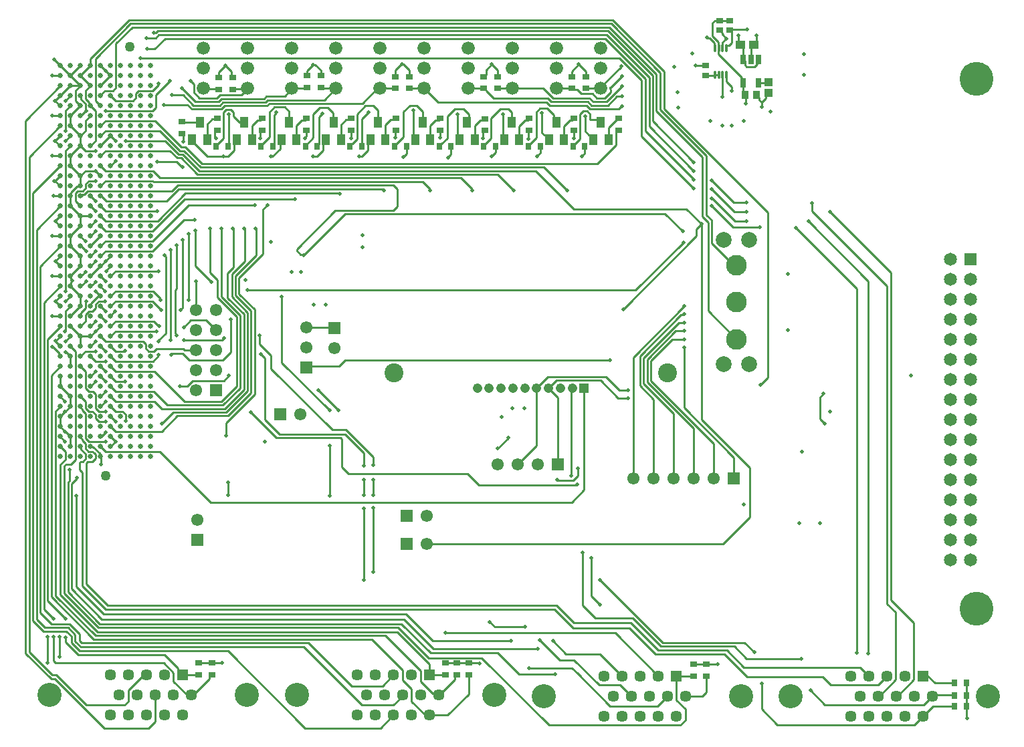
<source format=gbl>
G04*
G04 #@! TF.GenerationSoftware,Altium Limited,Altium Designer,20.0.10 (225)*
G04*
G04 Layer_Physical_Order=4*
G04 Layer_Color=16711680*
%FSLAX25Y25*%
%MOIN*%
G70*
G01*
G75*
%ADD12C,0.01000*%
%ADD66R,0.02756X0.03543*%
%ADD67R,0.03347X0.02756*%
%ADD71R,0.03543X0.02756*%
%ADD72C,0.02000*%
%ADD73C,0.05000*%
%ADD74C,0.09449*%
%ADD75C,0.04756*%
%ADD76R,0.04756X0.04756*%
%ADD77C,0.12000*%
%ADD78C,0.05700*%
%ADD79R,0.05700X0.05700*%
%ADD80C,0.06600*%
%ADD81C,0.07900*%
%ADD82C,0.10300*%
%ADD83C,0.06496*%
%ADD84R,0.06496X0.06496*%
%ADD85R,0.06102X0.06102*%
%ADD86C,0.06102*%
%ADD87C,0.16900*%
%ADD88R,0.06102X0.06102*%
%ADD109C,0.02520*%
%ADD110R,0.03937X0.05512*%
%ADD111R,0.03543X0.03150*%
G04:AMPARAMS|DCode=112|XSize=11.81mil|YSize=39.37mil|CornerRadius=1.95mil|HoleSize=0mil|Usage=FLASHONLY|Rotation=180.000|XOffset=0mil|YOffset=0mil|HoleType=Round|Shape=RoundedRectangle|*
%AMROUNDEDRECTD112*
21,1,0.01181,0.03547,0,0,180.0*
21,1,0.00791,0.03937,0,0,180.0*
1,1,0.00390,-0.00396,0.01774*
1,1,0.00390,0.00396,0.01774*
1,1,0.00390,0.00396,-0.01774*
1,1,0.00390,-0.00396,-0.01774*
%
%ADD112ROUNDEDRECTD112*%
%ADD113R,0.04134X0.04134*%
G04:AMPARAMS|DCode=114|XSize=25.59mil|YSize=47.24mil|CornerRadius=1.92mil|HoleSize=0mil|Usage=FLASHONLY|Rotation=180.000|XOffset=0mil|YOffset=0mil|HoleType=Round|Shape=RoundedRectangle|*
%AMROUNDEDRECTD114*
21,1,0.02559,0.04341,0,0,180.0*
21,1,0.02175,0.04724,0,0,180.0*
1,1,0.00384,-0.01088,0.02170*
1,1,0.00384,0.01088,0.02170*
1,1,0.00384,0.01088,-0.02170*
1,1,0.00384,-0.01088,-0.02170*
%
%ADD114ROUNDEDRECTD114*%
%ADD115R,0.03740X0.04134*%
%ADD116R,0.04921X0.04331*%
G36*
X39500Y225500D02*
D01*
D02*
G37*
D12*
X293573Y363645D02*
G03*
X293573Y364661I-4773J508D01*
G01*
X69346Y258700D02*
Y259133D01*
X83500Y258700D02*
Y291500D01*
X98300Y372153D02*
X101800Y375653D01*
X68500Y238100D02*
Y238500D01*
X72100Y242100D01*
X349484Y387184D02*
X351300Y389000D01*
Y389077D01*
X341803Y389461D02*
X341995Y389269D01*
X345457Y384283D02*
Y386843D01*
X343031Y389269D02*
X345457Y386843D01*
X347425Y384283D02*
X347516Y384193D01*
X349484D02*
Y387184D01*
X341995Y389269D02*
X343031D01*
X344500Y390346D02*
Y396900D01*
Y390346D02*
X347425Y387420D01*
Y384283D02*
Y387420D01*
X345457Y384283D02*
X345547Y384193D01*
X357500Y386507D02*
X359826Y384180D01*
Y378594D02*
Y384180D01*
Y378594D02*
X360606Y377814D01*
X361447Y375031D02*
X365230D01*
X360606Y375872D02*
X361447Y375031D01*
X360606Y375872D02*
Y377814D01*
X368900Y354800D02*
Y357300D01*
Y357300D01*
X370933Y360276D02*
X372500Y361842D01*
X370933Y359333D02*
Y360276D01*
X368900Y357300D02*
X370933Y359333D01*
X80422Y347331D02*
X88900D01*
X80100Y347653D02*
X80422Y347331D01*
X163785Y335694D02*
X164663Y336572D01*
X165056D01*
X167300Y338815D01*
X163785Y335300D02*
Y335694D01*
X167300Y338815D02*
Y341367D01*
X164225Y339275D02*
Y343139D01*
X164333Y343247D01*
X195500Y339385D02*
Y353200D01*
Y339385D02*
X196215Y338669D01*
X259500Y342018D02*
Y351800D01*
X261380Y340925D02*
X262849Y339457D01*
X260593Y340925D02*
X261380D01*
X262849Y338669D02*
Y339457D01*
X259500Y342018D02*
X260593Y340925D01*
X280900Y342829D02*
Y350400D01*
X283591Y340925D02*
X285060Y339457D01*
X282804Y340925D02*
X283591D01*
X285060Y338669D02*
Y339457D01*
X280900Y342829D02*
X282804Y340925D01*
X77854Y315900D02*
X185500D01*
X187500Y305400D02*
Y313900D01*
X185500Y315900D02*
X187500Y313900D01*
X82661Y61500D02*
X85800D01*
X93788Y69488D01*
Y70669D01*
X94666Y71547D02*
X95000D01*
X93788Y70669D02*
X94666Y71547D01*
X208000Y61500D02*
X208300D01*
X216055Y69255D01*
Y70669D01*
X216933Y71547D01*
X217000D01*
X207101Y62399D02*
X208000Y61500D01*
X199000Y68403D02*
Y73500D01*
X205004Y62399D02*
X207101D01*
X199000Y68403D02*
X205004Y62399D01*
X201513Y51300D02*
X203500D01*
X194500Y58313D02*
Y64500D01*
X202601Y52399D02*
X203500Y51500D01*
X194500Y58313D02*
X201513Y51300D01*
X203500Y51500D02*
X212500D01*
X75800Y68362D02*
X82661Y61500D01*
X71069Y77500D02*
X75800Y72769D01*
Y68362D02*
Y72769D01*
X28200Y81600D02*
X71400D01*
X77939Y73761D02*
X80200Y71500D01*
X71400Y81600D02*
X77939Y75061D01*
Y73761D02*
Y75061D01*
X22000Y87800D02*
X28200Y81600D01*
X22000Y87800D02*
Y90373D01*
X14900Y69500D02*
X16719D01*
X2000Y82400D02*
X14900Y69500D01*
X2000Y82400D02*
Y348000D01*
X2000Y348000D01*
X15500Y71500D02*
X17500D01*
X3900Y83100D02*
X15500Y71500D01*
X3900Y83100D02*
Y329900D01*
X3900Y329900D01*
X169600Y56500D02*
X185500D01*
X29546Y85500D02*
X140600D01*
X169600Y56500D01*
X164600Y66000D02*
X180000D01*
X30091Y87500D02*
X143100D01*
X164600Y66000D01*
X328300Y46500D02*
X330900Y49100D01*
X229469Y80031D02*
X263000Y46500D01*
X328300D01*
X326500Y59000D02*
X330900Y54600D01*
Y49100D02*
Y54600D01*
X209231Y80031D02*
X229469D01*
X53754Y398300D02*
X294800D01*
X320500Y354000D02*
Y372600D01*
X294800Y398300D02*
X320500Y372600D01*
X54500Y396500D02*
X293900D01*
X318500Y353454D02*
Y371900D01*
X293900Y396500D02*
X318500Y371900D01*
X316500Y352909D02*
Y371354D01*
X55246Y394700D02*
X293154D01*
X316500Y371354D01*
X314700Y347875D02*
Y370500D01*
X292300Y392900D02*
X314700Y370500D01*
X68054Y392900D02*
X292300D01*
X71700Y389000D02*
X290954D01*
X310877Y369077D01*
X298009Y379400D02*
X309077Y368332D01*
X59500Y379400D02*
X298009D01*
X310877Y343023D02*
Y369077D01*
X68500Y390800D02*
X291700D01*
X288800Y364800D02*
X299028Y375028D01*
X309077Y340323D02*
Y368332D01*
X312900Y345200D02*
Y369600D01*
X291700Y390800D02*
X312900Y369600D01*
X299028Y375028D02*
Y375128D01*
X230133Y339353D02*
Y342222D01*
X230033Y342322D02*
X230911Y343200D01*
X230033Y342322D02*
X230133Y342222D01*
X230911Y343200D02*
X231100D01*
X234100Y339365D02*
Y349336D01*
X231635Y336900D02*
X234100Y339365D01*
Y349336D02*
X238665Y353900D01*
X37040Y376519D02*
X37100Y376579D01*
Y379100D02*
X54500Y396500D01*
X37100Y376579D02*
Y379100D01*
X365230Y375031D02*
X366527Y376328D01*
Y377814D01*
X367306Y378594D01*
X368873Y354827D02*
Y357300D01*
Y354827D02*
X368900Y354800D01*
X367724Y358449D02*
X368873Y357300D01*
X348000Y398062D02*
X353000D01*
X347962Y398100D02*
X348000Y398062D01*
X344500Y396900D02*
X345700Y398100D01*
X347962D01*
X353008Y394016D02*
X353127Y393361D01*
X353222Y392842D01*
X352278Y393338D02*
X353000D01*
Y394035D02*
X353008Y394016D01*
X352278Y393338D02*
X352844Y393040D01*
X353000Y393338D02*
Y394035D01*
X352844Y393040D02*
X353222Y392842D01*
X353359Y392979D02*
X353748Y392589D01*
X353000Y393338D02*
X353359Y392979D01*
X354100Y387065D02*
Y392238D01*
X353748Y392589D02*
X353850Y392488D01*
X354100Y392238D01*
X353000Y393338D02*
X353162Y393500D01*
X361800D01*
X348000Y393338D02*
X348156Y393494D01*
X348178D02*
X348456Y393264D01*
X349565Y390813D02*
X351300Y389077D01*
X349272Y391106D02*
Y391986D01*
X348156Y393494D02*
X348178D01*
X349272Y391106D02*
X349565Y390813D01*
X348392Y392866D02*
X348456Y393264D01*
X348392Y392866D02*
X349272Y391986D01*
X352693Y385657D02*
X354100Y387065D01*
X351453Y367647D02*
Y370807D01*
Y367647D02*
X354000Y365100D01*
Y363000D02*
Y365100D01*
X347500Y381200D02*
Y384177D01*
X359047Y367759D02*
Y369653D01*
Y367759D02*
X359826Y366980D01*
X347500Y381200D02*
X359047Y369653D01*
X347500Y384177D02*
X347516Y384193D01*
X359826Y361000D02*
Y366980D01*
X366354Y361000D02*
X367724Y359630D01*
Y358449D02*
Y359630D01*
X16750Y358000D02*
X19250Y360500D01*
X16750Y298000D02*
X19250Y300500D01*
X16750Y298000D02*
X19250Y295500D01*
X24800Y269006D02*
X25515Y268291D01*
X24283Y230283D02*
Y230500D01*
X74954Y313000D02*
X77854Y315900D01*
X78400Y313900D02*
X179829D01*
X72500Y308000D02*
X78400Y313900D01*
X179829D02*
X180329Y313400D01*
X180600D01*
X158509Y311791D02*
X158700Y311600D01*
X157802Y311791D02*
X158509D01*
X157793Y311800D02*
X157802Y311791D01*
X398000Y199300D02*
Y210100D01*
X399700Y211800D01*
X398000Y199300D02*
X400200Y197100D01*
X385850Y294650D02*
X416300Y264200D01*
X392200Y297800D02*
Y297900D01*
X422000Y82324D02*
Y268000D01*
X392200Y297800D02*
X422000Y268000D01*
X403100Y302500D02*
X433300Y272300D01*
Y109100D02*
Y272300D01*
X237500Y184500D02*
X242600Y189600D01*
Y190100D01*
X153600Y161462D02*
Y185900D01*
X153138Y161000D02*
X153600Y161462D01*
X372100Y219800D02*
Y302400D01*
X368441Y216141D02*
X372100Y219800D01*
X320500Y354000D02*
X372100Y302400D01*
X284000Y111100D02*
X288500Y106600D01*
X284000Y111100D02*
Y130000D01*
X306100Y263600D02*
X329900Y287400D01*
X112700Y263600D02*
X306100D01*
X320786Y301614D02*
X329600Y292800D01*
X161354Y301614D02*
X320786D01*
X336500Y290500D02*
Y294000D01*
X339000Y296500D01*
Y199000D02*
Y296500D01*
X299970Y253970D02*
X336500Y290500D01*
X299970Y253970D02*
X299970D01*
X46960Y262960D02*
X65519D01*
X69346Y259133D01*
X71500Y281000D02*
X72100Y280400D01*
Y242100D02*
Y280400D01*
X65479Y258000D02*
X69800Y253679D01*
Y253500D02*
Y253679D01*
X81754Y311800D02*
X157793D01*
X79961Y341608D02*
X80900Y340669D01*
X275500Y304000D02*
X331500D01*
X339000Y296500D01*
X313700Y218300D02*
Y228246D01*
X324494Y239040D01*
X330200Y204826D02*
Y234900D01*
X324494Y239040D02*
X330200D01*
X311900Y228991D02*
X326089Y243180D01*
X330200D01*
X327683Y247320D02*
X330200D01*
X310000Y229637D02*
X327683Y247320D01*
X328812Y251312D02*
X330052D01*
X330170Y251430D01*
X308200Y230700D02*
X328812Y251312D01*
X305000Y230046D02*
X330427Y255473D01*
X361000Y356500D02*
Y360354D01*
X340961Y375500D02*
X341000Y375461D01*
X335900Y375500D02*
X340961D01*
X79764Y334900D02*
X81826D01*
X66705Y347960D02*
X79764Y334900D01*
X41960Y347960D02*
X66705D01*
X79019Y333100D02*
X81080D01*
X69159Y342960D02*
X79019Y333100D01*
X41960Y342960D02*
X69159D01*
X78273Y331300D02*
X80335D01*
X71573Y338000D02*
X78273Y331300D01*
X52000Y338000D02*
X71573D01*
X77528Y329500D02*
X79589D01*
X74068Y332960D02*
X77528Y329500D01*
X41960Y332960D02*
X74068D01*
X80600Y337600D02*
Y340369D01*
X80900Y340669D01*
X190601Y99399D02*
X205300Y84700D01*
X257500D01*
X354700Y294800D02*
X368000D01*
X344000Y305500D02*
X354700Y294800D01*
X394100Y303117D02*
Y307000D01*
Y303117D02*
X431500Y265717D01*
X355600Y297900D02*
X361200D01*
X344200Y309300D02*
X355600Y297900D01*
X355400Y302500D02*
X361300D01*
X344000Y313900D02*
X355400Y302500D01*
X355100Y307200D02*
X361700D01*
X344100Y318200D02*
X355100Y307200D01*
X129800Y227400D02*
X153600Y203600D01*
X129800Y227400D02*
Y260400D01*
X46900Y337900D02*
Y338100D01*
X44500Y340500D02*
X46900Y338100D01*
X65455Y352976D02*
X66960Y354481D01*
X41976Y352976D02*
X65455D01*
X68500Y366021D02*
Y366600D01*
X65459Y362980D02*
X68500Y366021D01*
X29700Y350500D02*
X32152Y352952D01*
X32352D01*
X29500Y350500D02*
X29700D01*
X22000Y358000D02*
X24500Y360500D01*
X335200Y318500D02*
Y318700D01*
X66500Y383800D02*
X71700Y389000D01*
X62800Y383800D02*
X66500D01*
X62500Y389300D02*
X67000D01*
X68500Y390800D01*
X66156Y391991D02*
X67146D01*
X68054Y392900D01*
X65982Y391818D02*
X66156Y391991D01*
X92640Y338669D02*
Y346440D01*
X97361Y348814D02*
X97700Y349153D01*
X92640Y346440D02*
X95014Y348814D01*
X97361D01*
X114851Y338669D02*
Y345551D01*
X117575Y348275D01*
X119033D02*
X119911Y349153D01*
X117575Y348275D02*
X119033D01*
X137062Y338669D02*
Y345562D01*
X141244Y348275D02*
X142122Y349153D01*
X139775Y348275D02*
X141244D01*
X137062Y345562D02*
X139775Y348275D01*
X159274Y338669D02*
Y345973D01*
X163638Y348458D02*
X164333Y349153D01*
X161758Y348458D02*
X163638D01*
X159274Y345973D02*
X161758Y348458D01*
X181485Y338669D02*
Y345985D01*
X185855Y348463D02*
X186544Y349153D01*
X183963Y348463D02*
X185855D01*
X181485Y345985D02*
X183963Y348463D01*
X203696Y338669D02*
Y345596D01*
X207878Y348275D02*
X208755Y349153D01*
X206375Y348275D02*
X207878D01*
X203696Y345596D02*
X206375Y348275D01*
X225907Y338669D02*
Y345507D01*
X230089Y348275D02*
X230967Y349153D01*
X225907Y345507D02*
X228675Y348275D01*
X230089D01*
X270329Y338669D02*
Y345229D01*
X274511Y348275D02*
X275389Y349153D01*
X273375Y348275D02*
X274511D01*
X270329Y345229D02*
X273375Y348275D01*
X250975D02*
X252300D01*
X248118Y338669D02*
Y345418D01*
X252300Y348275D02*
X253178Y349153D01*
X248118Y345418D02*
X250975Y348275D01*
X265374Y348546D02*
Y350962D01*
Y348546D02*
X266589Y347331D01*
X262035Y354300D02*
X265374Y350962D01*
X258465Y354300D02*
X262035D01*
X256600Y352435D02*
X258465Y354300D01*
X256600Y339464D02*
Y352435D01*
X276107Y336572D02*
X278361Y338825D01*
Y343610D02*
X278361Y343610D01*
Y351396D01*
X278361Y338825D02*
Y343610D01*
X278361Y351396D02*
X279865Y352900D01*
X274847Y335694D02*
X275725Y336572D01*
X274847Y335300D02*
Y335694D01*
X275725Y336572D02*
X276107D01*
X253707D02*
X256600Y339464D01*
X261581Y357300D02*
X263181Y355700D01*
X281681D02*
X283428Y353953D01*
X235276Y359200D02*
X262227D01*
X263927Y357500D01*
X282427D02*
X284174Y355753D01*
X264865Y359300D02*
X283172D01*
X260012Y364153D02*
X264865Y359300D01*
X263181Y355700D02*
X281681D01*
X207653Y357300D02*
X261581D01*
X244800Y364153D02*
X260012D01*
X263927Y357500D02*
X282427D01*
X283172Y359300D02*
X284920Y357553D01*
X200800Y364153D02*
X207653Y357300D01*
X231572Y362905D02*
X235276Y359200D01*
X215864Y353900D02*
X220400D01*
X217300Y339796D02*
Y351400D01*
X239900Y339407D02*
Y351400D01*
X238665Y353900D02*
X242800D01*
X244378Y352322D01*
X212200Y350236D02*
X215864Y353900D01*
X220400D02*
X222900Y351400D01*
X292279Y355753D02*
X296700Y360173D01*
X244378Y347331D02*
Y352322D01*
X239900Y339407D02*
X240637Y338669D01*
X208210Y335694D02*
X209088Y336572D01*
X208210Y335300D02*
Y335694D01*
X209088Y336572D02*
X209372D01*
X212200Y339400D01*
Y350236D01*
X217300Y339796D02*
X218426Y338669D01*
X222167Y347331D02*
X222900Y348064D01*
Y351400D01*
X185997Y335694D02*
X186875Y336572D01*
X186947D01*
X186370Y339530D02*
Y343073D01*
X186947Y336572D02*
X190400Y340025D01*
X186370Y343073D02*
X186544Y343247D01*
X190400Y340025D02*
Y352500D01*
X185997Y335300D02*
Y335694D01*
X190400Y352500D02*
X193600Y355700D01*
X197000D01*
X199955Y352745D01*
Y347331D02*
Y352745D01*
X125265Y335300D02*
X126100Y336135D01*
Y351029D02*
X127100Y352029D01*
X126100Y336135D02*
Y351029D01*
X127100Y352029D02*
Y352300D01*
X147478Y335300D02*
X148300Y336122D01*
Y350000D02*
X150000Y351700D01*
X148300Y336122D02*
Y350000D01*
X167305Y341372D02*
Y351441D01*
X167300Y341367D02*
X167305Y341372D01*
Y351441D02*
X171465Y355600D01*
X169690Y348890D02*
X173100Y352300D01*
X169690Y335300D02*
Y348890D01*
X175500Y355600D02*
X177744Y353356D01*
X171465Y355600D02*
X175500D01*
X123549Y356600D02*
X169919D01*
X177744Y347331D02*
Y353356D01*
X177472Y364153D02*
X178800D01*
X169919Y356600D02*
X177472Y364153D01*
X178800D02*
X178824Y364176D01*
X145400Y339521D02*
Y351236D01*
X141572Y335694D02*
X145400Y339521D01*
Y351236D02*
X148765Y354600D01*
X150325Y337201D02*
X151793Y338669D01*
X150325Y333300D02*
Y337201D01*
X147324Y330300D02*
X150325Y333300D01*
X148765Y354600D02*
X152700D01*
X155199Y352101D01*
Y347665D02*
Y352101D01*
Y347665D02*
X155533Y347331D01*
X122804Y358400D02*
X151047D01*
X156800Y364153D01*
X119360Y335694D02*
X123600Y339934D01*
Y352336D02*
X126065Y354800D01*
X123600Y339934D02*
Y352336D01*
X133322Y347331D02*
Y352762D01*
X131284Y354800D02*
X133322Y352762D01*
X126065Y354800D02*
X131284D01*
X122449Y355500D02*
X123549Y356600D01*
X121704Y357300D02*
X122804Y358400D01*
X122058Y360200D02*
X131200D01*
X120958Y359100D02*
X122058Y360200D01*
X131200D02*
X134800Y363800D01*
X128900Y334088D02*
Y337987D01*
X125012Y330200D02*
X128900Y334088D01*
Y337987D02*
X129582Y338669D01*
X88535Y323100D02*
X256400D01*
X275500Y304000D01*
X80335Y331300D02*
X88535Y323100D01*
X81080Y333100D02*
X89280Y324900D01*
X260400D01*
X271900Y313400D01*
X81826Y334900D02*
X90026Y326700D01*
X286992D01*
X296328Y336036D01*
X212700Y329600D02*
Y329871D01*
X283400Y348504D02*
Y351435D01*
Y348504D02*
X287627D01*
X284920Y357553D02*
X291534D01*
X284174Y355753D02*
X292279D01*
X283428Y353953D02*
X297632D01*
X281936Y352900D02*
X283400Y351435D01*
X279865Y352900D02*
X281936D01*
X287627Y348504D02*
X288800Y347331D01*
X284665Y361500D02*
X286812Y359353D01*
X290788D01*
X293573Y362138D01*
X279153Y361500D02*
X284665D01*
X293573Y362138D02*
Y363645D01*
X297632Y353953D02*
X298929Y355250D01*
X231572Y362905D02*
Y363322D01*
X230717Y364176D02*
X231572Y363322D01*
X222824Y364176D02*
X230717D01*
X291534Y357553D02*
X299200Y365219D01*
X278302Y362352D02*
X279153Y361500D01*
X280753Y331853D02*
Y335300D01*
X279200Y330300D02*
X280753Y331853D01*
X258540Y331911D02*
Y335300D01*
X257100Y330471D02*
X258540Y331911D01*
X257100Y330200D02*
Y330471D01*
X236328Y332328D02*
Y335300D01*
X234400Y330400D02*
X236328Y332328D01*
X214100Y331271D02*
Y335315D01*
X212700Y329871D02*
X214100Y331271D01*
X191903Y331703D02*
Y335300D01*
X190300Y330100D02*
X191903Y331703D01*
X87789Y321300D02*
X237365D01*
X245265Y313400D01*
X271900D02*
Y313400D01*
X68979Y319500D02*
X219100D01*
X224800Y313800D01*
X200000Y317700D02*
X203700Y314000D01*
X65779Y317700D02*
X200000D01*
X298929Y355250D02*
X299200D01*
X299111Y360173D02*
X299200Y360262D01*
X296700Y360173D02*
X299111D01*
X293573Y364661D02*
X299200Y370287D01*
X266824Y364176D02*
X274300D01*
X278302Y362352D02*
Y362352D01*
X276986Y363667D02*
X278302Y362352D01*
X274809Y363667D02*
X276986D01*
X274300Y364176D02*
X274809Y363667D01*
X299200Y365219D02*
Y365275D01*
X288800Y364153D02*
Y364800D01*
X142300Y372900D02*
X145500Y376100D01*
X142300Y370605D02*
Y372900D01*
X145500Y376100D02*
X146353D01*
X149300Y373153D01*
Y370605D02*
Y373153D01*
X65519Y322960D02*
X68979Y319500D01*
X39500Y315500D02*
X41960Y317960D01*
X65519D01*
X65779Y317700D01*
X172536Y337201D02*
X174004Y338669D01*
X172536Y333299D02*
Y337201D01*
X169637Y330400D02*
X172536Y333299D01*
X168200Y330400D02*
X169637D01*
X145300Y330300D02*
X147324D01*
X119070Y342406D02*
X119911Y343247D01*
X119070Y339322D02*
Y342406D01*
X124400Y330200D02*
X125012D01*
X85160Y337882D02*
Y338669D01*
Y337882D02*
X92742Y330300D01*
X100700D01*
X105902Y337201D02*
X107371Y338669D01*
X105902Y333303D02*
Y337201D01*
X102899Y330300D02*
X105902Y333303D01*
X100700Y330300D02*
X102899D01*
X99728Y359100D02*
X120958D01*
X100473Y357300D02*
X121704D01*
X101219Y355500D02*
X122449D01*
X102353Y336000D02*
X103200Y336847D01*
X102353Y336000D02*
X103053Y335300D01*
X100672Y339218D02*
Y352207D01*
X97147Y335694D02*
X100672Y339218D01*
X108534Y347331D02*
X111111D01*
X105700Y350165D02*
X108534Y347331D01*
X102164Y353700D02*
X104235D01*
X100672Y352207D02*
X102164Y353700D01*
X99672Y353953D02*
X101219Y355500D01*
X84933Y353953D02*
X99672D01*
X82785Y356100D02*
X84933Y353953D01*
X98926Y355753D02*
X100473Y357300D01*
X85785Y355753D02*
X98926D01*
X80585Y360952D02*
X85785Y355753D01*
X98181Y357553D02*
X99728Y359100D01*
X86747Y357553D02*
X98181D01*
X79900Y364400D02*
X86747Y357553D01*
X98982Y360900D02*
X109547D01*
X112574Y363926D01*
X97435Y359353D02*
X98982Y360900D01*
X88812Y359353D02*
X97435D01*
X86000Y362164D02*
X88812Y359353D01*
X105700Y350165D02*
Y352236D01*
X104235Y353700D02*
X105700Y352236D01*
X103200Y336847D02*
Y351200D01*
X96428Y339872D02*
X96900Y339400D01*
X105902Y340138D02*
X107371Y338669D01*
X79589Y329500D02*
X87789Y321300D01*
X81500Y309000D02*
X136400D01*
X65500Y293000D02*
X81500Y309000D01*
X67954Y298000D02*
X81754Y311800D01*
X156400Y303300D02*
X185400D01*
X187500Y305400D01*
X137214Y284114D02*
X156400Y303300D01*
X137214Y283286D02*
Y284114D01*
Y283286D02*
X139175Y281325D01*
X120500Y303900D02*
X122700Y306100D01*
X120500Y281637D02*
Y303900D01*
X83300Y305800D02*
X116500D01*
X65500Y288000D02*
X83300Y305800D01*
X81100Y298600D02*
X86500D01*
X65500Y283000D02*
X81100Y298600D01*
X208700Y343192D02*
X208755Y343247D01*
X208700Y339500D02*
Y343192D01*
X104900Y271500D02*
X111300Y277900D01*
X111125Y294200D02*
X111300Y294025D01*
Y277900D02*
Y294025D01*
X116900Y280800D02*
Y294100D01*
X116800Y294200D02*
X116900Y294100D01*
X106700Y270600D02*
X116900Y280800D01*
X252600Y342670D02*
X253178Y343247D01*
X252600Y339100D02*
Y342670D01*
X94100Y272189D02*
Y294200D01*
Y272189D02*
X97550Y268739D01*
X99775Y260225D02*
Y294200D01*
X105450D02*
X105600Y294050D01*
Y274900D02*
Y294050D01*
X102800Y259746D02*
Y272100D01*
X105600Y274900D01*
X104900Y260191D02*
Y271500D01*
X106700Y260937D02*
Y270600D01*
X71100Y356100D02*
X82785D01*
X75152Y360952D02*
X80585D01*
X112574Y363926D02*
X112800Y364153D01*
X86000Y362164D02*
Y366145D01*
X84311Y367835D02*
X86000Y366145D01*
X84311Y367835D02*
Y367991D01*
X134800Y363800D02*
Y364153D01*
X105300Y363700D02*
X105526Y363926D01*
X112574D01*
X281300Y364200D02*
X281324Y364176D01*
X288776D01*
X288800Y364153D01*
X266800D02*
X266824Y364176D01*
X237300Y364200D02*
X237324Y364176D01*
X244776D01*
X244800Y364153D01*
X222800D02*
X222824Y364176D01*
X193300Y364200D02*
X193324Y364176D01*
X200776D01*
X200800Y364153D01*
X178824Y364176D02*
X186276D01*
X186300Y364200D01*
X149300Y364700D02*
X149574Y364426D01*
X156526D01*
X156800Y364153D01*
X134800D02*
X135074Y364426D01*
X142026D01*
X142300Y364700D01*
X90800Y364153D02*
X91026Y363926D01*
X98074D01*
X98300Y363700D01*
X108500Y261682D02*
Y269637D01*
X120500Y281637D01*
X111600Y268600D02*
X111700Y268700D01*
X104900Y260191D02*
X112650Y252441D01*
X106700Y260937D02*
X114450Y253187D01*
X108500Y261682D02*
X116250Y253932D01*
Y211659D02*
Y253932D01*
X97550Y259904D02*
Y268739D01*
Y259904D02*
X107250Y250204D01*
X86800Y275600D02*
X94800Y267600D01*
X86800Y275600D02*
Y293300D01*
X87000Y253500D02*
Y268000D01*
X80500Y254971D02*
Y288500D01*
X76782Y242124D02*
Y263481D01*
X77500Y264199D02*
Y286000D01*
X74500Y238500D02*
Y283500D01*
X39600Y176700D02*
Y180400D01*
X39500Y190500D02*
X39890D01*
X33561Y187960D02*
X41960D01*
X42000Y188000D01*
X41945Y192555D02*
Y192555D01*
X39500Y180500D02*
X39600Y180400D01*
X39890Y190500D02*
X41945Y192555D01*
X39209Y180791D02*
X39500Y180500D01*
X97147Y335300D02*
Y335694D01*
X96428Y339872D02*
Y342369D01*
X77280Y327600D02*
X79980Y324900D01*
X80300D01*
X42000Y293000D02*
X65500D01*
X42000Y298000D02*
X67954D01*
X141281Y339322D02*
Y339737D01*
X274200Y157700D02*
X280500Y164000D01*
X94200Y157700D02*
X274200D01*
X280500Y164000D02*
Y214522D01*
X276639Y166250D02*
X277039Y166650D01*
X170600Y119000D02*
Y154600D01*
X170700Y154700D01*
X288500Y118800D02*
X319600Y87700D01*
X279600Y106300D02*
X286000Y99900D01*
X279600Y106300D02*
Y132700D01*
X114425Y202575D02*
X127100Y189900D01*
X114319Y202575D02*
X114425D01*
X127100Y189900D02*
X159014D01*
X39500Y265300D02*
X41600Y263200D01*
Y263000D02*
Y263200D01*
X39500Y265300D02*
Y265500D01*
X13000Y108500D02*
Y238900D01*
Y108500D02*
X22000Y99500D01*
X13000Y238900D02*
X19500Y245400D01*
X11200Y257200D02*
X19500Y265500D01*
X11200Y104300D02*
Y257200D01*
Y104300D02*
X16000Y99500D01*
X9400Y102565D02*
Y275400D01*
Y102565D02*
X14965Y97000D01*
X24000D01*
X9400Y275400D02*
X19500Y285500D01*
X7600Y293600D02*
X19500Y305500D01*
X7600Y99354D02*
Y293600D01*
Y99354D02*
X11754Y95200D01*
X5800Y311800D02*
X19500Y325500D01*
X5800Y98609D02*
Y311800D01*
Y98609D02*
X11009Y93400D01*
X15577Y235200D02*
X18937Y231840D01*
X15500Y235200D02*
X15577D01*
X18937Y231474D02*
Y231840D01*
Y231474D02*
X19500Y230911D01*
X17100Y237900D02*
Y238200D01*
Y237900D02*
X19500Y235500D01*
X17100Y238200D02*
X17200D01*
X19500Y240500D01*
X22000Y237900D02*
Y238000D01*
X24500Y240500D01*
X21960Y243260D02*
Y252960D01*
X21800Y243100D02*
X21960Y243260D01*
Y252960D02*
X24500Y255500D01*
X18500Y250500D02*
X19000Y251000D01*
X15500Y250500D02*
X18500D01*
X19000Y251000D02*
X19500Y250500D01*
X16900Y258000D02*
X17000D01*
X19500Y260500D01*
X17000Y258000D02*
X19500Y255500D01*
X21900Y257900D02*
Y258050D01*
X24350Y260500D01*
X22000Y263100D02*
Y333000D01*
X15400Y270500D02*
X19500D01*
X31900Y272600D02*
Y272700D01*
X29800Y270500D02*
X31900Y272600D01*
X32200Y268000D02*
X32300D01*
X29700Y265500D02*
X32200Y268000D01*
X34709Y265500D02*
X36909Y267700D01*
X37000D01*
X42200Y273000D02*
Y273200D01*
X44500Y275500D01*
X41900Y268100D02*
X42000D01*
X39500Y270500D02*
X41900Y268100D01*
X248100Y71900D02*
X266000D01*
X237500Y82500D02*
X248100Y71900D01*
X274400Y75100D02*
X277000Y72500D01*
X252900Y75100D02*
X274400D01*
X471053Y50047D02*
Y55800D01*
Y50047D02*
X471200Y49900D01*
X368900Y54500D02*
Y67400D01*
Y54500D02*
X376800Y46600D01*
X32000Y348000D02*
X34500Y350500D01*
X32000Y343000D02*
Y348000D01*
X29500Y340500D02*
X32000Y343000D01*
X16500Y378500D02*
X19500Y375500D01*
X37100Y333100D02*
Y333100D01*
X29500Y335500D02*
X31960Y333040D01*
X37040D01*
X37100Y333100D01*
X39500Y305500D02*
X42000Y303000D01*
X67600D01*
X29500Y300500D02*
X34500D01*
X39500Y260500D02*
Y260700D01*
X37100Y263100D02*
X39500Y260700D01*
X52000Y198200D02*
Y201479D01*
X44500Y205500D02*
X46960Y203040D01*
X50439D01*
X52000Y201479D01*
X349700Y136900D02*
X363000Y150200D01*
Y175000D01*
X339000Y199000D02*
X363000Y175000D01*
X202200Y136900D02*
X349700D01*
X202000Y137100D02*
X202200Y136900D01*
X46700Y253100D02*
X46800D01*
X44500Y250900D02*
X46700Y253100D01*
X66000Y248000D02*
X68300Y245700D01*
X68800D01*
X44500Y250500D02*
Y250900D01*
X47000Y258000D02*
X65479D01*
X44500Y255500D02*
X47000Y258000D01*
X47000Y218000D02*
X51800D01*
X51800Y218000D01*
X44500Y220500D02*
X47000Y218000D01*
X46960Y233040D02*
X51690D01*
X51800Y233150D01*
X44500Y235500D02*
X46960Y233040D01*
Y242960D02*
X67270D01*
X67327Y242902D01*
X44500Y240500D02*
X46960Y242960D01*
X44500Y190500D02*
X47000Y188000D01*
X44500Y185500D02*
X47000Y188000D01*
X42000Y278000D02*
X44500Y280500D01*
X39500Y275500D02*
X42000Y278000D01*
X34500Y270500D02*
X39500Y275500D01*
X34500Y285500D02*
X39500Y290500D01*
X34500D02*
X37000Y293000D01*
X34500Y305500D02*
X37000Y303000D01*
X39500Y335500D02*
X44500Y340500D01*
X29500Y320500D02*
X31960Y322960D01*
X37040D01*
X39500Y320500D01*
X41640Y363040D02*
X45519D01*
X39500Y360500D02*
Y360900D01*
X41640Y363040D01*
X45519D02*
X47023Y364544D01*
X37040Y357960D02*
Y376519D01*
Y357960D02*
X39500Y355500D01*
X42000Y373000D02*
X44500Y370500D01*
X39500Y375500D02*
X42000Y373000D01*
X39500Y365500D02*
X44500Y370500D01*
X47023Y386477D02*
X55246Y394700D01*
X47023Y364544D02*
Y386477D01*
X34209Y210791D02*
X34500Y210500D01*
X29500Y215500D02*
X29791Y215209D01*
X19500Y195500D02*
Y200500D01*
X34500Y185500D02*
X34791Y185209D01*
X35815D01*
X39209Y181815D01*
Y180791D02*
Y181815D01*
X31960Y179481D02*
Y181917D01*
X29500Y185500D02*
X29791Y185209D01*
Y184086D02*
X31960Y181917D01*
X29791Y184086D02*
Y185209D01*
X412792Y75450D02*
X413400D01*
X32040Y184481D02*
X33481Y183040D01*
X413400Y75450D02*
X418050D01*
X32040Y184481D02*
Y186935D01*
X418050Y75450D02*
X422400Y71100D01*
X412742Y75400D02*
X412792Y75450D01*
X33481Y183040D02*
X35439D01*
X103000Y161500D02*
X103100Y161400D01*
X103000Y161500D02*
Y167600D01*
X175300Y123100D02*
Y154800D01*
X68940Y182960D02*
X94200Y157700D01*
X175400Y161400D02*
Y168800D01*
X170600Y161300D02*
Y168800D01*
X431500Y107061D02*
Y265717D01*
X335168Y327407D02*
Y327407D01*
X314700Y347875D02*
X335168Y327407D01*
X344100Y318200D02*
X344100D01*
X312900Y345200D02*
X335000Y323100D01*
X310877Y343023D02*
X335200Y318700D01*
X309077Y340323D02*
X335100Y314300D01*
X344200Y309300D02*
X344200D01*
X357500Y386507D02*
Y390550D01*
X351543Y385657D02*
X352693D01*
X351453Y384193D02*
Y385567D01*
X351543Y385657D01*
X416300Y82524D02*
X416300Y264200D01*
X416300Y82500D02*
Y82524D01*
X436552Y61100D02*
X444750Y69298D01*
X435900Y61100D02*
X436552D01*
X427552D02*
X435750Y69298D01*
X444750D02*
Y97650D01*
X435750Y69298D02*
Y102811D01*
X433300Y109100D02*
X444750Y97650D01*
X431500Y107061D02*
X435750Y102811D01*
X426900Y61100D02*
X427552D01*
X449400Y51100D02*
X449500D01*
X454200Y55800D02*
X465147D01*
X449500Y51100D02*
X454200Y55800D01*
X444900Y46600D02*
X449400Y51100D01*
X318800Y85800D02*
X355300D01*
X361400Y79700D01*
X388800D01*
X360500Y87700D02*
X365400Y82800D01*
X319600Y87700D02*
X360500D01*
X376800Y46600D02*
X444900D01*
X453900Y61500D02*
X465047D01*
X393400Y63800D02*
X400450Y56750D01*
X449550D01*
X453900Y61100D01*
X317340Y83960D02*
X351540D01*
X360100Y75400D02*
X412742D01*
X351540Y83960D02*
X360100Y75400D01*
X361700Y70600D02*
X399375D01*
X350277Y82023D02*
X361700Y70600D01*
X403225Y66750D02*
X427050D01*
X431400Y71100D01*
X399375Y70600D02*
X403225Y66750D01*
X344000Y286993D02*
Y298500D01*
X318500Y353454D02*
X341400Y330554D01*
Y301100D02*
X344000Y298500D01*
X341400Y301100D02*
Y330554D01*
X316500Y352909D02*
X339300Y330109D01*
Y300300D02*
Y330109D01*
Y300300D02*
X342200Y297400D01*
Y253200D02*
Y297400D01*
Y253200D02*
X356300Y239100D01*
X344000Y286993D02*
X354892Y276100D01*
X34500Y379046D02*
X53754Y398300D01*
X66960Y360946D02*
X74107Y368093D01*
X31960Y353040D02*
X32000Y353000D01*
X16750Y298000D02*
X17000D01*
X19250Y300500D02*
X19500D01*
X16750Y298000D02*
X16750D01*
X24500Y270500D02*
X24791Y270209D01*
X24800Y269006D02*
Y269100D01*
X24791Y269109D02*
X24800Y269100D01*
X24791Y269109D02*
Y270209D01*
X24500Y265500D02*
X24791Y265791D01*
Y267456D01*
X24500Y340089D02*
Y340500D01*
X22000Y338000D02*
X24500Y340500D01*
X29600Y285500D02*
X32200Y282900D01*
X29500Y285500D02*
X29600D01*
X31900Y288000D02*
X32000D01*
X29500Y290400D02*
X31900Y288000D01*
X29500Y290400D02*
Y290500D01*
Y270500D02*
X29800D01*
X24350Y260500D02*
X24500D01*
X29500Y265500D02*
X29700D01*
X24500Y270500D02*
X29500Y275500D01*
X346976Y76976D02*
X347000Y77000D01*
X341524Y76976D02*
X346976D01*
X303800Y97500D02*
X317340Y83960D01*
X304700Y99900D02*
X318800Y85800D01*
X303000Y95000D02*
X315977Y82023D01*
X350277D01*
X265611Y104389D02*
X275000Y95000D01*
X266811Y106189D02*
X275500Y97500D01*
X43111Y106189D02*
X266811D01*
X42167Y104389D02*
X265611D01*
X30500Y116056D02*
X42167Y104389D01*
X170700Y175900D02*
Y182254D01*
X175300Y176200D02*
Y180200D01*
X163150Y171900D02*
X222500D01*
X159600Y175450D02*
X163150Y171900D01*
X159600Y175450D02*
Y189314D01*
X228150Y166250D02*
X276639D01*
X222500Y171900D02*
X228150Y166250D01*
X161700Y193800D02*
X175300Y180200D01*
X128600Y191700D02*
X161254D01*
X170700Y182254D01*
X155100Y193800D02*
X161700D01*
X124500Y224400D02*
Y230900D01*
Y224400D02*
X155100Y193800D01*
X148000Y213500D02*
X158000Y203500D01*
X159014Y189900D02*
X159600Y189314D01*
X121300Y199000D02*
Y229600D01*
Y199000D02*
X128600Y191700D01*
X119300Y231600D02*
X121300Y229600D01*
X118800Y236600D02*
Y241000D01*
Y236600D02*
X124500Y230900D01*
X114450Y212404D02*
Y253187D01*
X112650Y213150D02*
Y252441D01*
X110850Y214035D02*
Y251696D01*
X109050Y214781D02*
Y250950D01*
X107250Y215526D02*
Y250204D01*
X99724Y208000D02*
X107250Y215526D01*
X100469Y206200D02*
X109050Y214781D01*
X101215Y204400D02*
X110850Y214035D01*
X102100Y202600D02*
X112650Y213150D01*
X102846Y200800D02*
X114450Y212404D01*
X102000Y197409D02*
X116250Y211659D01*
X104500Y232500D02*
Y248871D01*
X79282Y253482D02*
Y253753D01*
X80500Y254971D01*
X76782Y263481D02*
X77500Y264199D01*
X76782Y242124D02*
X77500Y241406D01*
Y241000D02*
Y241406D01*
X100000Y238500D02*
X101163Y239663D01*
X81000Y238500D02*
X100000D01*
X38300Y260500D02*
X39500D01*
X34791Y256991D02*
X38300Y260500D01*
X38521Y258000D02*
X41700D01*
X36980Y256459D02*
X38521Y258000D01*
X35479Y253000D02*
X36980Y254501D01*
Y256459D01*
X31960Y247960D02*
Y251439D01*
X33521Y253000D02*
X35479D01*
X29500Y245500D02*
X31960Y247960D01*
Y251439D02*
X33521Y253000D01*
X34500Y255500D02*
X34791Y255791D01*
Y256991D01*
X32109Y257863D02*
X32300Y258054D01*
X32109Y257102D02*
Y257863D01*
X79000Y215600D02*
X82664D01*
X85457Y218393D01*
X34500Y245500D02*
X36900Y247900D01*
X37100D01*
X32040Y254561D02*
Y257033D01*
X32109Y257102D01*
X24500Y365500D02*
X29500D01*
X27040Y363040D02*
X29500Y365500D01*
X27040Y357960D02*
Y363040D01*
Y357960D02*
X29500Y355500D01*
X24500Y345500D02*
Y350500D01*
X29500Y335500D02*
Y340500D01*
X24500Y325500D02*
Y330500D01*
X29500Y315500D02*
Y320500D01*
X24500Y305500D02*
Y310500D01*
X29500Y295500D02*
Y300500D01*
X24500Y285500D02*
Y290500D01*
X29500Y275500D02*
Y280500D01*
X29791Y250791D02*
Y252312D01*
X32040Y254561D01*
X29500Y250500D02*
X29791Y250791D01*
X29400Y255600D02*
Y260400D01*
X29500Y260500D01*
X29400Y255600D02*
X29500Y255500D01*
X15500Y330500D02*
X19500D01*
X16000Y310500D02*
X19500D01*
X17000Y278000D02*
X19500Y280500D01*
X17000Y278000D02*
X19500Y275500D01*
X16500Y318000D02*
X16750D01*
X15500Y290500D02*
X19500D01*
X68500Y231194D02*
Y231450D01*
X66051Y233040D02*
X67211Y234200D01*
X80665D01*
X74561Y231450D02*
X74948Y231837D01*
X80665Y234200D02*
X81365Y233500D01*
X80483Y231837D02*
X83820Y228500D01*
X74948Y231837D02*
X80483D01*
X286000Y99900D02*
X304700D01*
X275500Y97500D02*
X303800D01*
X449400Y71100D02*
X451767D01*
X455267Y67600D02*
X465147D01*
X451767Y71100D02*
X455267Y67600D01*
X465047Y61500D02*
X465147Y61400D01*
X471053D02*
Y67600D01*
Y55800D02*
Y61400D01*
X42040Y182960D02*
X68940D01*
X66960Y354481D02*
Y360946D01*
X67600Y327600D02*
X77280D01*
X42040Y322960D02*
X65519D01*
X33024Y313000D02*
X74954D01*
X42209Y308000D02*
X72500D01*
X58501Y362980D02*
X65459D01*
X44500Y360500D02*
X46960Y358040D01*
X55519D01*
X57000Y359521D01*
Y361479D01*
X58501Y362980D01*
X39500Y325500D02*
X42040Y322960D01*
X252635Y335694D02*
X253513Y336572D01*
X252635Y335300D02*
Y335694D01*
X253513Y336572D02*
X253707D01*
X230422Y335694D02*
X231629Y336900D01*
X230422Y335300D02*
Y335694D01*
X231629Y336900D02*
X231635D01*
X214100Y335315D02*
X214115Y335300D01*
X141572Y335300D02*
Y335694D01*
X119360Y335300D02*
Y335694D01*
X128113Y340378D02*
X128400Y340665D01*
X128113Y340138D02*
Y340378D01*
Y340138D02*
X129582Y338669D01*
X297206Y343247D02*
X297600D01*
X296328Y342369D02*
X297206Y343247D01*
X296328Y336036D02*
Y342369D01*
X275389Y343247D02*
X275400Y343236D01*
Y339400D02*
Y343236D01*
X141281Y339737D02*
X142122Y340579D01*
Y343247D01*
X97306D02*
X97700D01*
X96428Y342369D02*
X97306Y343247D01*
X297206Y349153D02*
X297600D01*
X292540Y344486D02*
X297206Y349153D01*
X292540Y338669D02*
Y344486D01*
X39500Y340500D02*
X41960Y342960D01*
X267500Y168500D02*
X275000D01*
X267000Y169000D02*
X267500Y168500D01*
X277500Y171000D02*
Y174500D01*
X274156Y214239D02*
X274517Y214600D01*
X273965Y171000D02*
X274156Y171191D01*
X275000Y168500D02*
X277500Y171000D01*
X274156Y171191D02*
Y214239D01*
X102000Y191000D02*
Y197409D01*
X70005Y193040D02*
X77764Y200800D01*
X102846D01*
X46960Y193040D02*
X70005D01*
X70000Y197000D02*
X75600Y202600D01*
X102100D01*
X39500Y205500D02*
X39507D01*
X42007Y208000D02*
X42015D01*
X39507Y205500D02*
X42007Y208000D01*
X100893Y218393D02*
X103500Y221000D01*
X85457Y218393D02*
X100893D01*
X47000Y223000D02*
X66500D01*
X81500Y208000D02*
X99724D01*
X66500Y223000D02*
X81500Y208000D01*
X47000Y213000D02*
X66000D01*
X72800Y206200D02*
X100469D01*
X66000Y213000D02*
X72800Y206200D01*
X70100Y204400D02*
X101215D01*
X46960Y208040D02*
X66460D01*
X70100Y204400D01*
X37000Y218009D02*
Y218018D01*
X34500Y215509D02*
X37000Y218009D01*
X34500Y215500D02*
Y215509D01*
X39500Y220500D02*
X42000Y218000D01*
X29500Y230500D02*
X32000Y233000D01*
X37000D01*
X44500Y200500D02*
X47000Y198000D01*
X35519Y212960D02*
X37000Y211479D01*
X38521Y203000D02*
X42000D01*
X33561Y212960D02*
X35519D01*
X37000Y204521D02*
Y211479D01*
Y204521D02*
X38521Y203000D01*
X32040Y205505D02*
X32040Y205505D01*
Y204481D02*
Y205505D01*
Y204481D02*
X33521Y203000D01*
X30240Y203735D02*
Y204349D01*
Y203735D02*
X32040Y201936D01*
Y189481D02*
Y201936D01*
X33521Y203000D02*
X35479D01*
X37000Y201479D01*
Y199521D02*
Y201479D01*
X29500Y205089D02*
Y205500D01*
Y205089D02*
X30240Y204349D01*
X32040Y205505D02*
Y207960D01*
X39500Y210500D02*
X42000Y213000D01*
X31960Y214561D02*
Y223040D01*
Y214561D02*
X33561Y212960D01*
X29500Y225500D02*
X31960Y223040D01*
X275000Y95000D02*
X303000D01*
X32300Y117000D02*
X43111Y106189D01*
X211123Y92713D02*
X211336Y92500D01*
X296000D02*
X317500Y71000D01*
X211336Y92500D02*
X296000D01*
X236000Y95500D02*
X251000D01*
X233500Y98000D02*
X236000Y95500D01*
X268500Y79000D02*
X275500D01*
X258500Y89000D02*
X268500Y79000D01*
X205000Y88500D02*
X244000D01*
X191626Y101874D02*
X205000Y88500D01*
X265000Y88467D02*
Y88500D01*
Y88467D02*
X271467Y82000D01*
X288500D01*
X41126Y101874D02*
X191626D01*
X275500Y79000D02*
X288000Y66500D01*
X288500Y82000D02*
X299500Y71000D01*
X40101Y99399D02*
X190601D01*
X39144Y97089D02*
X189411D01*
X204000Y82500D01*
X237500D01*
X277000Y72500D02*
X293500Y56000D01*
X187757Y95289D02*
X203023Y80023D01*
X174600Y89400D02*
X190000Y74000D01*
X38398Y95289D02*
X187757D01*
X181300Y91200D02*
X199000Y73500D01*
X38000Y93000D02*
X187500D01*
X36846Y91200D02*
X181300D01*
X36100Y89400D02*
X174600D01*
X187500Y93000D02*
X203500Y77000D01*
X355000Y169500D02*
Y180026D01*
X330200Y204826D02*
X355000Y180026D01*
X345000Y169500D02*
Y187000D01*
X311900Y217554D02*
X335000Y194454D01*
Y169500D02*
Y194454D01*
X313700Y218300D02*
X345000Y187000D01*
X140787Y281047D02*
X161354Y301614D01*
X39500Y330500D02*
X41960Y332960D01*
X34500Y310500D02*
X37000Y308000D01*
X32000Y315000D02*
X32040Y315040D01*
Y316519D01*
X33521Y318000D01*
X37000D01*
X29442Y312988D02*
X29495Y313040D01*
X30519D01*
X29911Y310500D02*
X30651Y311240D01*
X31264D01*
X32000Y314521D02*
Y315000D01*
X31264Y311240D02*
X33024Y313000D01*
X29500Y310500D02*
X29911D01*
X30519Y313040D02*
X32000Y314521D01*
X28012Y312988D02*
X29442D01*
X27040Y307960D02*
X29500Y305500D01*
X27040Y307960D02*
Y312016D01*
X24500Y310500D02*
X24791Y310791D01*
X27040Y312016D02*
X28012Y312988D01*
X24791Y310791D02*
Y312312D01*
X27688Y315209D01*
X29209D01*
X29500Y315500D01*
X354892Y276100D02*
X356300D01*
X39500Y345500D02*
X41960Y347960D01*
X99775Y260225D02*
X109050Y250950D01*
X102800Y259746D02*
X110850Y251696D01*
X100500Y228500D02*
X104500Y232500D01*
X83820Y228500D02*
X100500D01*
X81365Y233500D02*
X87000D01*
X61960Y234561D02*
Y236519D01*
X92000Y248500D02*
X97000Y243500D01*
X81000Y245000D02*
X84500Y248500D01*
X92000D01*
X288522Y218478D02*
X297500Y209500D01*
X302200D02*
X302250Y209550D01*
X297500Y209500D02*
X302200D01*
X298000Y213500D02*
X302250D01*
X256800Y214600D02*
X262478Y220278D01*
X291222D01*
X298000Y213500D01*
X266583Y218478D02*
X288522D01*
X262705Y214600D02*
X266583Y218478D01*
X262705Y214600D02*
X267500Y209805D01*
Y176500D02*
Y209805D01*
X256800Y185800D02*
Y214600D01*
X247500Y176500D02*
X256800Y185800D01*
X29500Y360500D02*
X29791Y360209D01*
X34500Y355500D02*
Y355911D01*
X29791Y358688D02*
Y360209D01*
X32040Y358984D02*
X33760Y357264D01*
Y356651D02*
X34500Y355911D01*
X29791Y358688D02*
X31960Y356519D01*
X32040Y358984D02*
Y363040D01*
X33760Y356651D02*
Y357264D01*
X31960Y353040D02*
Y356519D01*
X34500Y355500D02*
X37000Y353000D01*
X34500Y375500D02*
Y379046D01*
Y275500D02*
X37000Y278000D01*
X34500Y280500D02*
X37000Y283000D01*
X34500Y295500D02*
X37000Y298000D01*
X161416Y228502D02*
X293498D01*
X142000Y225500D02*
X158414D01*
X161416Y228502D01*
X349492Y360508D02*
Y370799D01*
Y360508D02*
X349500Y360500D01*
X325500Y375000D02*
Y375406D01*
X305000Y169500D02*
Y230046D01*
X308200Y215800D02*
Y230700D01*
X315000Y169500D02*
Y209000D01*
X308200Y215800D02*
X315000Y209000D01*
X310000Y216909D02*
Y229637D01*
X311900Y217554D02*
Y228991D01*
X325000Y169500D02*
Y201909D01*
X310000Y216909D02*
X325000Y201909D01*
X67979Y230673D02*
X68500Y231194D01*
X63481Y233040D02*
X66051D01*
X67979Y230500D02*
Y230673D01*
X39500Y235482D02*
Y235500D01*
Y235482D02*
X41982Y233000D01*
Y232982D02*
Y233000D01*
X34500Y235500D02*
X37000Y238000D01*
X50519Y237960D02*
X60519D01*
X50479Y238000D02*
X50519Y237960D01*
X46960Y228040D02*
X65519D01*
X61960Y234561D02*
X63481Y233040D01*
X65519Y228040D02*
X67979Y230500D01*
X44500D02*
X46960Y228040D01*
X60519Y237960D02*
X61960Y236519D01*
X42000Y238000D02*
X50479D01*
X44500Y225500D02*
X47000Y223000D01*
Y248000D02*
X66000D01*
X47000Y273000D02*
X68500D01*
X140510Y281325D02*
X140787Y281047D01*
X139175Y281325D02*
X140510D01*
X34500Y220500D02*
X37000Y223000D01*
X326500Y59000D02*
Y71000D01*
X203023Y80023D02*
X209223D01*
X223024Y77476D02*
X228296D01*
X228500Y77273D01*
X209223Y80023D02*
X209231Y80031D01*
X203500Y71500D02*
Y77000D01*
X341500Y76953D02*
X341524Y76976D01*
X335000Y76953D02*
X341500D01*
X331000Y61000D02*
X339500D01*
X341500Y63000D02*
Y71047D01*
X339500Y61000D02*
X341500Y63000D01*
X326500Y71000D02*
X326547Y71047D01*
X335000D01*
X223000Y77453D02*
X223024Y77476D01*
X217000Y77453D02*
X223000D01*
X211500D02*
X217000D01*
X223000Y62000D02*
Y71547D01*
X212500Y51500D02*
X223000Y62000D01*
X203547Y71547D02*
X211500D01*
X203500Y71500D02*
X203547Y71547D01*
X19500Y111500D02*
X38000Y93000D01*
X14982Y110518D02*
X36100Y89400D01*
X17040Y111005D02*
X36846Y91200D01*
X23200Y113033D02*
X39144Y97089D01*
X23200Y113033D02*
Y167746D01*
X25000Y114500D02*
Y167000D01*
Y114500D02*
X40101Y99399D01*
X21400Y112287D02*
X38398Y95289D01*
X21400Y112287D02*
Y175822D01*
X19500Y111500D02*
Y176500D01*
X27500Y115500D02*
Y161036D01*
Y115500D02*
X41126Y101874D01*
X14982Y110518D02*
Y220982D01*
X17040Y203040D02*
X19500Y205500D01*
X17040Y111005D02*
Y203040D01*
X190000Y69000D02*
Y74000D01*
X193000Y66000D02*
X193000D01*
X190000Y69000D02*
X193000Y66000D01*
X193000D02*
X194500Y64500D01*
X180000Y66000D02*
X185500Y71500D01*
X190000Y61000D02*
Y61500D01*
X185500Y56500D02*
X190000Y61000D01*
X179000Y45000D02*
X185500Y51500D01*
X141500Y45000D02*
X179000D01*
X103000Y83500D02*
X141500Y45000D01*
X99976Y77476D02*
X100000Y77500D01*
X95024Y77476D02*
X99976D01*
X11009Y93400D02*
X22509D01*
X11754Y95200D02*
X23254D01*
X16000Y99500D02*
Y99500D01*
X29000Y88591D02*
Y92000D01*
X24000Y97000D02*
X29000Y92000D01*
X26807Y88239D02*
Y91648D01*
X23254Y95200D02*
X26807Y91648D01*
X25000Y87500D02*
Y90909D01*
X22509Y93400D02*
X25000Y90909D01*
X26807Y88239D02*
X29546Y85500D01*
X25000Y87500D02*
X29000Y83500D01*
Y88591D02*
X30091Y87500D01*
X29000Y83500D02*
X103000D01*
X21997Y90376D02*
X22000Y90373D01*
X19000Y80500D02*
Y90500D01*
X13000Y77500D02*
Y90500D01*
X16000Y78500D02*
Y90500D01*
Y78500D02*
X17000Y77500D01*
X71069D01*
X41219Y45000D02*
X63500D01*
X23000Y63219D02*
Y63219D01*
Y63219D02*
X41219Y45000D01*
X32500Y56500D02*
X51500D01*
X17500Y71500D02*
X32500Y56500D01*
X16719Y69500D02*
X23000Y63219D01*
X27597Y169597D02*
Y169965D01*
X25000Y167000D02*
X27597Y169597D01*
X32300Y117000D02*
Y177276D01*
X30500Y116056D02*
Y172459D01*
X14982Y220982D02*
X19500Y225500D01*
X19500Y176500D02*
X22000Y179000D01*
X23200Y167746D02*
X24000Y168546D01*
X21400Y175822D02*
X22203Y176625D01*
X24000Y168546D02*
Y174000D01*
X22203Y176625D02*
X24625D01*
X19500Y230500D02*
Y230911D01*
X95000Y77453D02*
X95024Y77476D01*
X88500Y77453D02*
X95000D01*
X80247Y71547D02*
X88500D01*
X80200Y71500D02*
X80247Y71547D01*
X66700Y48200D02*
Y61500D01*
X63500Y45000D02*
X66700Y48200D01*
X2000Y348000D02*
X19500Y365500D01*
X53350Y58350D02*
Y63850D01*
X51500Y56500D02*
X53350Y58350D01*
Y63850D02*
X61000Y71500D01*
X62200D01*
X30240Y188735D02*
X32040Y186935D01*
X36239Y182239D02*
X36960Y181519D01*
X36239Y182239D02*
X36239D01*
X32040Y189481D02*
X33561Y187960D01*
X30240Y188735D02*
Y189349D01*
X29500Y190089D02*
X30240Y189349D01*
X29500Y190089D02*
Y190500D01*
X35439Y183040D02*
X36239Y182239D01*
X42000Y288000D02*
X65500D01*
X42000Y283000D02*
X65500D01*
X39500Y310500D02*
X39709D01*
X42209Y308000D01*
X29500Y210500D02*
X32040Y207960D01*
X24500Y235500D02*
X27000Y233000D01*
X24625Y176625D02*
X27000Y179000D01*
Y233000D01*
X38521Y198000D02*
X42000D01*
X37000Y199521D02*
X38521Y198000D01*
X19500Y210350D02*
X21700Y208150D01*
Y208000D02*
Y208150D01*
Y188000D02*
Y188150D01*
X19500Y200650D02*
X21700Y202850D01*
X19500Y195350D02*
Y195500D01*
Y190350D02*
X21700Y188150D01*
X19500Y210350D02*
Y210500D01*
Y200500D02*
Y200650D01*
Y190350D02*
Y190500D01*
Y195350D02*
X21700Y193150D01*
X44500Y195500D02*
X46960Y193040D01*
X39500Y185500D02*
X42040Y182960D01*
X32300Y177276D02*
X33012Y177988D01*
X35467D01*
X36960Y179481D02*
Y181519D01*
X35467Y177988D02*
X36960Y179481D01*
X30519Y178040D02*
X31960Y179481D01*
X29586Y178040D02*
X30519D01*
X29000Y177454D02*
X29586Y178040D01*
X29000Y173959D02*
Y177454D01*
Y173959D02*
X30500Y172459D01*
X44500Y210500D02*
X46960Y208040D01*
X24500Y265500D02*
X29500Y260500D01*
X22000Y333000D02*
X24500Y335500D01*
X470853Y61400D02*
X470876Y61376D01*
X22100Y232466D02*
X22317D01*
X24283Y230500D01*
X24500Y225500D02*
Y230500D01*
X19250Y295500D02*
X19500D01*
X37000Y243000D02*
X39500Y245500D01*
X34500Y240500D02*
X37000Y243000D01*
X29500Y235500D02*
Y240500D01*
X34500D01*
X24500Y245500D02*
X29500Y240500D01*
X44500Y325500D02*
X47000Y328000D01*
X24500Y370500D02*
X29500Y365500D01*
X19500Y360500D02*
X24500Y365500D01*
Y370500D02*
X29500Y375500D01*
X19500D02*
X24500Y370500D01*
X29500D02*
X34500Y375500D01*
X24500Y350500D02*
X29500Y355500D01*
X24500Y345500D02*
X29500Y340500D01*
X19250Y355500D02*
X19500D01*
X16750Y358000D02*
X19250Y355500D01*
Y360500D02*
X19500D01*
X19250Y335500D02*
X19500D01*
X16750Y338000D02*
X19250Y335500D01*
Y340500D02*
X19500D01*
X16750Y338000D02*
X19250Y340500D01*
Y320500D02*
X19500D01*
X16750Y318000D02*
X19250Y320500D01*
Y315500D02*
X19500D01*
X16750Y318000D02*
X19250Y315500D01*
X24500Y330500D02*
X29500Y335500D01*
X24500Y325500D02*
X29500Y320500D01*
X24500Y305500D02*
X29500Y300500D01*
X24500Y290500D02*
X29500Y295500D01*
X24500Y285500D02*
X29500Y280500D01*
X24500Y250500D02*
X29500Y255500D01*
X19500Y245400D02*
Y245500D01*
X19250Y240500D02*
X19500D01*
X19250Y235500D02*
X19500D01*
Y215500D02*
Y220500D01*
Y215500D02*
X24500Y210500D01*
X22000Y343000D02*
Y353000D01*
X24500Y355500D01*
X21700Y193000D02*
Y193150D01*
Y202850D02*
Y203000D01*
X22000D02*
X24500Y205500D01*
Y210500D01*
Y185500D02*
Y190500D01*
X22000Y193000D02*
X24500Y190500D01*
X22000Y179000D02*
Y183000D01*
X19500Y185500D02*
X22000Y183000D01*
X19500Y225500D02*
X19500D01*
X19500Y285500D02*
X19500D01*
X3900Y329900D02*
X19500Y345500D01*
X15500Y370500D02*
X19500D01*
X15500Y350500D02*
X19500D01*
X317000Y56000D02*
X322000Y61000D01*
X293500Y56000D02*
X317000D01*
X288000Y66500D02*
X298500D01*
X304000Y61000D01*
X180500Y61500D02*
X181000D01*
X176500Y71500D02*
Y72000D01*
X39500Y240500D02*
X42000Y238000D01*
X29282Y230500D02*
X29500D01*
X37000Y228000D02*
X42000D01*
X34500Y230500D02*
X37000Y228000D01*
X34500Y265500D02*
X34709D01*
X34500Y220296D02*
Y220500D01*
X44500Y245500D02*
X47000Y248000D01*
X280422Y214600D02*
X280500Y214522D01*
X39500Y295500D02*
X42000Y293000D01*
X39500Y300500D02*
X42000Y298000D01*
X39500Y285500D02*
X42000Y288000D01*
X39500Y280500D02*
X42000Y283000D01*
X44500Y270500D02*
X47000Y273000D01*
X44500Y260500D02*
X46960Y262960D01*
X44500Y215500D02*
X47000Y213000D01*
X39500Y255500D02*
X42000Y253000D01*
X39500Y250500D02*
X42000Y248000D01*
X39500Y225500D02*
X42000Y223000D01*
X29500Y305291D02*
Y305500D01*
X34500Y335500D02*
X37000Y338000D01*
Y353000D01*
X142000Y245000D02*
X155500D01*
X156000Y245500D01*
X96024Y252524D02*
X97000Y253500D01*
X96024Y232524D02*
X97000Y233500D01*
X86540Y223040D02*
X87000Y223500D01*
X86540Y213040D02*
X87000Y213500D01*
X29500Y370500D02*
X34500Y365500D01*
X32040Y363040D02*
X34500Y365500D01*
X142000Y234500D02*
Y235000D01*
X364913Y385787D02*
X366500Y387374D01*
Y390500D01*
X349484Y370807D02*
X349492Y370799D01*
X360500Y360854D02*
X361000Y360354D01*
X341000Y370539D02*
X345457D01*
Y370717D01*
X349484Y369947D02*
Y370807D01*
X345457Y370717D02*
X345547Y370807D01*
X347516D01*
X360500Y360854D02*
X360646Y361000D01*
X359826D02*
X360646D01*
X367306Y366980D02*
X372322D01*
X372500Y367158D01*
X363566Y384440D02*
X364913Y385787D01*
X372500Y367158D02*
X372650Y367307D01*
X363566Y378594D02*
Y384440D01*
X189386Y376238D02*
X189800D01*
X190214D01*
X186300Y373153D02*
X189386Y376238D01*
X193300Y370106D02*
Y373153D01*
X190214Y376238D02*
X193300Y373153D01*
X186300Y370106D02*
Y373153D01*
X104800Y370106D02*
X105300Y369605D01*
X104800Y370106D02*
Y372653D01*
X101800Y375653D02*
X104800Y372653D01*
X98300Y369605D02*
Y372153D01*
X230300Y370106D02*
X230658D01*
X231536Y370984D01*
Y373388D01*
X234300Y376153D01*
X237300Y370106D02*
Y373153D01*
X234300Y376153D02*
X237300Y373153D01*
X281300Y370106D02*
Y372653D01*
X277800Y376153D02*
X281300Y372653D01*
X274300Y370106D02*
Y372653D01*
X277800Y376153D01*
D66*
X280753Y335300D02*
D03*
X274847D02*
D03*
X258540D02*
D03*
X252635D02*
D03*
X236328D02*
D03*
X230422D02*
D03*
X214115Y335300D02*
D03*
X208210D02*
D03*
X191903Y335300D02*
D03*
X185997D02*
D03*
X169690D02*
D03*
X163785D02*
D03*
X147478D02*
D03*
X141572D02*
D03*
X125265D02*
D03*
X119360D02*
D03*
X103053D02*
D03*
X97147D02*
D03*
X465147Y55800D02*
D03*
X471053D02*
D03*
X465147Y61400D02*
D03*
X471053D02*
D03*
X465147Y67600D02*
D03*
X471053D02*
D03*
D67*
X341000Y375461D02*
D03*
Y370539D02*
D03*
D71*
X208755Y343247D02*
D03*
Y349153D02*
D03*
X231100Y343200D02*
D03*
Y349106D02*
D03*
X253178Y343247D02*
D03*
Y349153D02*
D03*
X275389Y343247D02*
D03*
Y349153D02*
D03*
X297600Y343247D02*
D03*
Y349153D02*
D03*
X80100Y341747D02*
D03*
Y347653D02*
D03*
X88500Y71547D02*
D03*
Y77453D02*
D03*
X95000Y71547D02*
D03*
Y77453D02*
D03*
X211500Y71547D02*
D03*
Y77453D02*
D03*
X217000Y71547D02*
D03*
Y77453D02*
D03*
X223000Y71547D02*
D03*
Y77453D02*
D03*
X335000Y71047D02*
D03*
Y76953D02*
D03*
X341500Y71047D02*
D03*
Y76953D02*
D03*
X186544Y349153D02*
D03*
Y343247D02*
D03*
X164333Y349153D02*
D03*
Y343247D02*
D03*
X142122Y349153D02*
D03*
Y343247D02*
D03*
X119911Y349153D02*
D03*
Y343247D02*
D03*
X97700Y349153D02*
D03*
Y343247D02*
D03*
X98300Y369605D02*
D03*
Y363700D02*
D03*
X149300Y370605D02*
D03*
Y364700D02*
D03*
X186300Y370106D02*
D03*
Y364200D02*
D03*
X237300Y370106D02*
D03*
Y364200D02*
D03*
X274300Y370106D02*
D03*
Y364200D02*
D03*
X105300Y369605D02*
D03*
Y363700D02*
D03*
X142300Y370605D02*
D03*
Y364700D02*
D03*
X193300Y370106D02*
D03*
Y364200D02*
D03*
X230300Y370106D02*
D03*
Y364200D02*
D03*
X281300Y370106D02*
D03*
Y364200D02*
D03*
D72*
X397900Y147300D02*
D03*
X387700D02*
D03*
X389900Y381200D02*
D03*
Y371000D02*
D03*
X69346Y258700D02*
D03*
X83500D02*
D03*
X101800Y375653D02*
D03*
X68500Y238100D02*
D03*
X351300Y389000D02*
D03*
X326900Y362200D02*
D03*
X164225Y339275D02*
D03*
X299028Y375128D02*
D03*
X230133Y339353D02*
D03*
X334400Y381500D02*
D03*
X373300Y352500D02*
D03*
X360000Y348000D02*
D03*
X368900Y354800D02*
D03*
X239300Y200300D02*
D03*
X389100Y182900D02*
D03*
X158700Y311600D02*
D03*
X180600Y313400D02*
D03*
X399700Y211800D02*
D03*
X385850Y294650D02*
D03*
X392200Y297900D02*
D03*
X403100Y302500D02*
D03*
X242600Y190100D02*
D03*
X153600Y161000D02*
D03*
Y185900D02*
D03*
X368441Y216141D02*
D03*
X288500Y106600D02*
D03*
X329900Y287400D02*
D03*
X329600Y292800D02*
D03*
X339000Y296500D02*
D03*
X69800Y253500D02*
D03*
X59500Y379400D02*
D03*
X330200Y239040D02*
D03*
Y234900D02*
D03*
Y243180D02*
D03*
Y247320D02*
D03*
Y251460D02*
D03*
Y255600D02*
D03*
X299970Y253970D02*
D03*
X112700Y263600D02*
D03*
X121500Y187800D02*
D03*
X327400Y354500D02*
D03*
X361000Y356500D02*
D03*
X335900Y375500D02*
D03*
X80600Y337600D02*
D03*
X257500Y84700D02*
D03*
X368000Y294800D02*
D03*
X394100Y307000D02*
D03*
X361200Y297900D02*
D03*
Y302500D02*
D03*
Y307200D02*
D03*
X153600Y203500D02*
D03*
X52000Y338000D02*
D03*
X46900Y337900D02*
D03*
X41976Y352976D02*
D03*
X68500Y366600D02*
D03*
X32352Y352952D02*
D03*
X22000Y358000D02*
D03*
X62800Y383800D02*
D03*
X65982Y391818D02*
D03*
X259500Y351800D02*
D03*
X239900Y351400D02*
D03*
X217300D02*
D03*
X186370Y339530D02*
D03*
X195500Y353200D02*
D03*
X173100Y352300D02*
D03*
X150000Y351700D02*
D03*
X127100Y352300D02*
D03*
X212700Y329600D02*
D03*
X280900Y350400D02*
D03*
X279200Y330300D02*
D03*
X257100Y330200D02*
D03*
X234400Y330400D02*
D03*
X190300Y330100D02*
D03*
X224800Y313400D02*
D03*
X203700D02*
D03*
X299200Y355250D02*
D03*
Y370287D02*
D03*
Y365275D02*
D03*
Y360262D02*
D03*
X145500Y376100D02*
D03*
X168200Y330400D02*
D03*
X145300Y330300D02*
D03*
X119070Y339322D02*
D03*
X124400Y330200D02*
D03*
X100700Y330300D02*
D03*
X103200Y351200D02*
D03*
X96900Y339400D02*
D03*
X271900Y313400D02*
D03*
X245265D02*
D03*
X136400Y309000D02*
D03*
X122700Y306100D02*
D03*
X116500Y305800D02*
D03*
X86500Y298600D02*
D03*
X208700Y339500D02*
D03*
X111125Y294200D02*
D03*
X116800D02*
D03*
X252600Y339100D02*
D03*
X105450Y294200D02*
D03*
X71100Y356100D02*
D03*
X75152Y360952D02*
D03*
X79900Y364400D02*
D03*
X84311Y367991D02*
D03*
X94100Y294200D02*
D03*
X99775D02*
D03*
X111600Y268600D02*
D03*
X87000Y268000D02*
D03*
X83500Y291500D02*
D03*
X80500Y288500D02*
D03*
X77500Y286000D02*
D03*
X74500Y283500D02*
D03*
X42000Y188000D02*
D03*
X39600Y176700D02*
D03*
X41945Y192555D02*
D03*
X80300Y324900D02*
D03*
X141281Y339322D02*
D03*
X277039Y166650D02*
D03*
X170600Y119000D02*
D03*
X288500Y118800D02*
D03*
X279600Y132700D02*
D03*
X114319Y202575D02*
D03*
X41600Y263000D02*
D03*
X15500Y235200D02*
D03*
X17100Y238200D02*
D03*
X22000Y237900D02*
D03*
X21800Y243100D02*
D03*
X15500Y250500D02*
D03*
X16900Y258000D02*
D03*
X21900Y257900D02*
D03*
X22000Y263100D02*
D03*
X15400Y270500D02*
D03*
X31900Y272700D02*
D03*
X32300Y268000D02*
D03*
X37000Y267700D02*
D03*
X42200Y273000D02*
D03*
X42000Y268100D02*
D03*
X402900Y203000D02*
D03*
X266000Y71900D02*
D03*
X252900Y75100D02*
D03*
X471200Y49900D02*
D03*
X368900Y67400D02*
D03*
X16500Y378500D02*
D03*
X16799Y358116D02*
D03*
X37100Y333100D02*
D03*
X67600Y303000D02*
D03*
X37100Y263100D02*
D03*
X52000Y198200D02*
D03*
X360000Y156500D02*
D03*
X46800Y253100D02*
D03*
X68800Y245700D02*
D03*
X51800Y218000D02*
D03*
Y233150D02*
D03*
X67327Y242902D02*
D03*
X47000Y188000D02*
D03*
X42000Y278000D02*
D03*
X37000Y303000D02*
D03*
X37040Y322960D02*
D03*
X42000Y373000D02*
D03*
X400200Y197100D02*
D03*
X175300Y123100D02*
D03*
X103100Y161400D02*
D03*
X103000Y167600D02*
D03*
X170700Y154700D02*
D03*
X175300Y154800D02*
D03*
X175400Y161400D02*
D03*
X170600Y161300D02*
D03*
X344100Y318200D02*
D03*
X335168Y327407D02*
D03*
X335100Y323100D02*
D03*
Y318500D02*
D03*
Y314300D02*
D03*
X344000Y313900D02*
D03*
Y309300D02*
D03*
Y305500D02*
D03*
X86800Y293300D02*
D03*
X357500Y390550D02*
D03*
X361800Y393500D02*
D03*
X366500Y390500D02*
D03*
X416262Y82524D02*
D03*
X421962Y82324D02*
D03*
X365400Y82800D02*
D03*
X393400Y63800D02*
D03*
X388762Y79724D02*
D03*
X74107Y368093D02*
D03*
X62500Y389300D02*
D03*
X17000Y298000D02*
D03*
X25300Y268236D02*
D03*
X22000Y338000D02*
D03*
X32200Y282900D02*
D03*
X32000Y288000D02*
D03*
X347000Y77000D02*
D03*
X170600Y168800D02*
D03*
X170700Y175900D02*
D03*
X175400Y168800D02*
D03*
X175300Y176200D02*
D03*
X158000Y203500D02*
D03*
X119300Y231600D02*
D03*
X118800Y241000D02*
D03*
X145787Y256250D02*
D03*
X104500Y248871D02*
D03*
X101163Y239663D02*
D03*
X79282Y253482D02*
D03*
X41700Y258000D02*
D03*
X32300Y258054D02*
D03*
X79000Y215600D02*
D03*
X37100Y247900D02*
D03*
X15500Y330500D02*
D03*
X16000Y310500D02*
D03*
X17000Y278000D02*
D03*
X16500Y318000D02*
D03*
X15500Y290500D02*
D03*
X68500Y231450D02*
D03*
X74561D02*
D03*
X129800Y260400D02*
D03*
X139287Y272547D02*
D03*
X67600Y327600D02*
D03*
X94800Y267600D02*
D03*
X275400Y339400D02*
D03*
X284000Y130000D02*
D03*
X267000Y169000D02*
D03*
X277500Y174500D02*
D03*
X273965Y171000D02*
D03*
X148000Y213500D02*
D03*
X102000Y191000D02*
D03*
X42015Y208000D02*
D03*
X103500Y221000D02*
D03*
X37000Y218018D02*
D03*
X42000Y218000D02*
D03*
X37000Y233000D02*
D03*
X70000Y197000D02*
D03*
X42000Y203000D02*
D03*
X47000Y198000D02*
D03*
X42000Y213000D02*
D03*
X211229Y92607D02*
D03*
X233500Y98000D02*
D03*
X251000Y95500D02*
D03*
X258500Y89000D02*
D03*
X244000Y88500D02*
D03*
X265000D02*
D03*
X151764Y256274D02*
D03*
X354047Y345744D02*
D03*
X37000Y308000D02*
D03*
Y318000D02*
D03*
X68500Y273000D02*
D03*
X81000Y238500D02*
D03*
Y245000D02*
D03*
X302250Y213500D02*
D03*
Y209550D02*
D03*
X37000Y278000D02*
D03*
Y283000D02*
D03*
Y293000D02*
D03*
Y298000D02*
D03*
X293498Y228502D02*
D03*
X349437Y345634D02*
D03*
X349500Y360000D02*
D03*
X354000Y363000D02*
D03*
X325500Y375000D02*
D03*
X41982Y232982D02*
D03*
X37000Y238000D02*
D03*
X74500Y238500D02*
D03*
X77500Y241000D02*
D03*
X71500Y281000D02*
D03*
X37000Y223000D02*
D03*
X228500Y77273D02*
D03*
X100000Y77500D02*
D03*
X16000Y99500D02*
D03*
X22000D02*
D03*
X21997Y90376D02*
D03*
X19000Y90500D02*
D03*
X13000D02*
D03*
X16000D02*
D03*
X19000Y80500D02*
D03*
X13000Y77500D02*
D03*
X124500Y287500D02*
D03*
X27597Y169965D02*
D03*
X27500Y161036D02*
D03*
X24000Y174000D02*
D03*
X170000Y285000D02*
D03*
X42000Y198000D02*
D03*
X21700Y193000D02*
D03*
Y188000D02*
D03*
Y208000D02*
D03*
Y203000D02*
D03*
X22100Y232466D02*
D03*
X16750Y338000D02*
D03*
X37000Y243000D02*
D03*
X47000Y328000D02*
D03*
X22000Y343000D02*
D03*
X15500Y370500D02*
D03*
Y350500D02*
D03*
X42000Y228000D02*
D03*
X237500Y184500D02*
D03*
X250800Y204500D02*
D03*
X382000Y271500D02*
D03*
Y243500D02*
D03*
X42000Y253000D02*
D03*
Y248000D02*
D03*
Y223000D02*
D03*
X244800Y204500D02*
D03*
X343500Y348000D02*
D03*
X443500Y221000D02*
D03*
X170000Y291000D02*
D03*
X341803Y389461D02*
D03*
X140787Y281047D02*
D03*
X134787Y272547D02*
D03*
X189800Y376238D02*
D03*
X234300Y376153D02*
D03*
X277800D02*
D03*
D73*
X42000Y170949D02*
D03*
X54008Y385051D02*
D03*
D74*
X321957Y222277D02*
D03*
X185737D02*
D03*
D75*
X227272Y214600D02*
D03*
X233178D02*
D03*
X239084D02*
D03*
X244989D02*
D03*
X250894D02*
D03*
X256800D02*
D03*
X262705D02*
D03*
X268611D02*
D03*
X274517D02*
D03*
D76*
X280422D02*
D03*
D77*
X383200Y61100D02*
D03*
X481600D02*
D03*
X260300Y61000D02*
D03*
X358700D02*
D03*
X14000Y61500D02*
D03*
X112400D02*
D03*
X137300D02*
D03*
X235700D02*
D03*
D78*
X413400Y51100D02*
D03*
X422400D02*
D03*
X431400D02*
D03*
X440400D02*
D03*
X449400D02*
D03*
X417900Y61100D02*
D03*
X426900D02*
D03*
X435900D02*
D03*
X444900D02*
D03*
X453900D02*
D03*
X413400Y71100D02*
D03*
X422400D02*
D03*
X431400D02*
D03*
X440400D02*
D03*
X290500Y51000D02*
D03*
X299500D02*
D03*
X308500D02*
D03*
X317500D02*
D03*
X326500D02*
D03*
X295000Y61000D02*
D03*
X304000D02*
D03*
X313000D02*
D03*
X322000D02*
D03*
X331000D02*
D03*
X290500Y71000D02*
D03*
X299500D02*
D03*
X308500D02*
D03*
X317500D02*
D03*
X44200Y51500D02*
D03*
X53200D02*
D03*
X62200D02*
D03*
X71200D02*
D03*
X80200D02*
D03*
X48700Y61500D02*
D03*
X57700D02*
D03*
X66700D02*
D03*
X75700D02*
D03*
X84700D02*
D03*
X44200Y71500D02*
D03*
X53200D02*
D03*
X62200D02*
D03*
X71200D02*
D03*
X167500Y51500D02*
D03*
X176500D02*
D03*
X185500D02*
D03*
X194500D02*
D03*
X203500D02*
D03*
X172000Y61500D02*
D03*
X181000D02*
D03*
X190000D02*
D03*
X199000D02*
D03*
X208000D02*
D03*
X167500Y71500D02*
D03*
X176500D02*
D03*
X185500D02*
D03*
X194500D02*
D03*
D79*
X449400Y71100D02*
D03*
X326500Y71000D02*
D03*
X80200Y71500D02*
D03*
X203500D02*
D03*
D80*
X90800Y374153D02*
D03*
Y384153D02*
D03*
Y364153D02*
D03*
X112800Y374153D02*
D03*
Y384153D02*
D03*
Y364153D02*
D03*
X134800Y374153D02*
D03*
Y384153D02*
D03*
Y364153D02*
D03*
X156800Y374153D02*
D03*
Y384153D02*
D03*
Y364153D02*
D03*
X178800Y374153D02*
D03*
Y384153D02*
D03*
Y364153D02*
D03*
X200800Y374153D02*
D03*
Y384153D02*
D03*
Y364153D02*
D03*
X222800Y374153D02*
D03*
Y384153D02*
D03*
Y364153D02*
D03*
X244800Y374153D02*
D03*
Y384153D02*
D03*
Y364153D02*
D03*
X266800Y374153D02*
D03*
Y384153D02*
D03*
Y364153D02*
D03*
X288800Y374153D02*
D03*
Y384153D02*
D03*
Y364153D02*
D03*
D81*
X362600Y226500D02*
D03*
X350000D02*
D03*
Y288700D02*
D03*
X362600D02*
D03*
D82*
X356300Y239100D02*
D03*
Y276100D02*
D03*
Y257600D02*
D03*
D83*
X463000Y129000D02*
D03*
Y139000D02*
D03*
Y149000D02*
D03*
Y159000D02*
D03*
X473000Y129000D02*
D03*
Y139000D02*
D03*
Y149000D02*
D03*
Y159000D02*
D03*
X463000Y209000D02*
D03*
X473000D02*
D03*
X463000Y229000D02*
D03*
X473000D02*
D03*
X463000Y249000D02*
D03*
X473000D02*
D03*
X463000Y269000D02*
D03*
X473000D02*
D03*
X463000Y279000D02*
D03*
X473000Y259000D02*
D03*
X463000D02*
D03*
X473000Y239000D02*
D03*
X463000D02*
D03*
X473000Y219000D02*
D03*
X463000D02*
D03*
X473000Y199000D02*
D03*
X463000D02*
D03*
X473000Y189000D02*
D03*
X463000D02*
D03*
X473000Y179000D02*
D03*
X463000D02*
D03*
X473000Y169000D02*
D03*
X463000D02*
D03*
D84*
X473000Y279000D02*
D03*
D85*
X87700Y139100D02*
D03*
X97000Y213500D02*
D03*
X142000Y225000D02*
D03*
X156000Y244500D02*
D03*
D86*
X87700Y149100D02*
D03*
X97000Y223500D02*
D03*
Y233500D02*
D03*
Y243500D02*
D03*
Y253500D02*
D03*
X87000Y213500D02*
D03*
Y223500D02*
D03*
Y233500D02*
D03*
Y243500D02*
D03*
Y253500D02*
D03*
X139000Y201500D02*
D03*
X237500Y176500D02*
D03*
X247500D02*
D03*
X257500D02*
D03*
X142000Y235000D02*
D03*
Y245000D02*
D03*
X156000Y234500D02*
D03*
X202000Y137100D02*
D03*
Y151000D02*
D03*
X305000Y169500D02*
D03*
X315000D02*
D03*
X325000D02*
D03*
X335000D02*
D03*
X345000D02*
D03*
D87*
X476000Y369000D02*
D03*
Y104700D02*
D03*
D88*
X129000Y201500D02*
D03*
X267500Y176500D02*
D03*
X192000Y137100D02*
D03*
Y151000D02*
D03*
X355000Y169500D02*
D03*
D109*
X64500Y375500D02*
D03*
X59500D02*
D03*
X54500D02*
D03*
X49500D02*
D03*
X44500D02*
D03*
X39500D02*
D03*
X34500D02*
D03*
X29500D02*
D03*
X24500D02*
D03*
X19500D02*
D03*
X64500Y370500D02*
D03*
X59500D02*
D03*
X54500D02*
D03*
X49500D02*
D03*
X44500D02*
D03*
X39500D02*
D03*
X34500D02*
D03*
X29500D02*
D03*
X24500D02*
D03*
X19500D02*
D03*
X64500Y365500D02*
D03*
X59500D02*
D03*
X54500D02*
D03*
X49500D02*
D03*
X44500D02*
D03*
X39500D02*
D03*
X34500D02*
D03*
X29500D02*
D03*
X24500D02*
D03*
X19500D02*
D03*
X64500Y360500D02*
D03*
X59500D02*
D03*
X54500D02*
D03*
X49500D02*
D03*
X44500D02*
D03*
X39500D02*
D03*
X34500D02*
D03*
X29500D02*
D03*
X24500D02*
D03*
X19500D02*
D03*
X64500Y355500D02*
D03*
X59500D02*
D03*
X54500D02*
D03*
X49500D02*
D03*
X44500D02*
D03*
X39500D02*
D03*
X34500D02*
D03*
X29500D02*
D03*
X24500D02*
D03*
X19500D02*
D03*
X64500Y350500D02*
D03*
X59500D02*
D03*
X54500D02*
D03*
X49500D02*
D03*
X44500D02*
D03*
X39500D02*
D03*
X34500D02*
D03*
X29500D02*
D03*
X24500D02*
D03*
X19500D02*
D03*
X64500Y345500D02*
D03*
X59500D02*
D03*
X54500D02*
D03*
X49500D02*
D03*
X44500D02*
D03*
X39500D02*
D03*
X34500D02*
D03*
X29500D02*
D03*
X24500D02*
D03*
X19500D02*
D03*
X64500Y340500D02*
D03*
X59500D02*
D03*
X54500D02*
D03*
X49500D02*
D03*
X44500D02*
D03*
X39500D02*
D03*
X34500D02*
D03*
X29500D02*
D03*
X24500D02*
D03*
X19500D02*
D03*
X64500Y335500D02*
D03*
X59500D02*
D03*
X54500D02*
D03*
X49500D02*
D03*
X44500D02*
D03*
X39500D02*
D03*
X34500D02*
D03*
X29500D02*
D03*
X24500D02*
D03*
X19500D02*
D03*
X64500Y330500D02*
D03*
X59500D02*
D03*
X54500D02*
D03*
X49500D02*
D03*
X44500D02*
D03*
X39500D02*
D03*
X34500D02*
D03*
X29500D02*
D03*
X24500D02*
D03*
X19500D02*
D03*
X64500Y325500D02*
D03*
X59500D02*
D03*
X54500D02*
D03*
X49500D02*
D03*
X44500D02*
D03*
X39500D02*
D03*
X34500D02*
D03*
X29500D02*
D03*
X24500D02*
D03*
X19500D02*
D03*
X64500Y320500D02*
D03*
X59500D02*
D03*
X54500D02*
D03*
X49500D02*
D03*
X44500D02*
D03*
X39500D02*
D03*
X34500D02*
D03*
X29500D02*
D03*
X24500D02*
D03*
X19500D02*
D03*
X64500Y315500D02*
D03*
X59500D02*
D03*
X54500D02*
D03*
X49500D02*
D03*
X44500D02*
D03*
X39500D02*
D03*
X34500D02*
D03*
X29500D02*
D03*
X24500D02*
D03*
X19500D02*
D03*
X64500Y310500D02*
D03*
X59500D02*
D03*
X54500D02*
D03*
X49500D02*
D03*
X44500D02*
D03*
X39500D02*
D03*
X34500D02*
D03*
X29500D02*
D03*
X24500D02*
D03*
X19500D02*
D03*
X64500Y305500D02*
D03*
X59500D02*
D03*
X54500D02*
D03*
X49500D02*
D03*
X44500D02*
D03*
X39500D02*
D03*
X34500D02*
D03*
X29500D02*
D03*
X24500D02*
D03*
X19500D02*
D03*
X64500Y300500D02*
D03*
X59500D02*
D03*
X54500D02*
D03*
X49500D02*
D03*
X44500D02*
D03*
X39500D02*
D03*
X34500D02*
D03*
X29500D02*
D03*
X24500D02*
D03*
X19500D02*
D03*
X64500Y295500D02*
D03*
X59500D02*
D03*
X54500D02*
D03*
X49500D02*
D03*
X44500D02*
D03*
X39500D02*
D03*
X34500D02*
D03*
X29500D02*
D03*
X24500D02*
D03*
X19500D02*
D03*
X64500Y290500D02*
D03*
X59500D02*
D03*
X54500D02*
D03*
X49500D02*
D03*
X44500D02*
D03*
X39500D02*
D03*
X34500D02*
D03*
X29500D02*
D03*
X24500D02*
D03*
X19500D02*
D03*
X64500Y285500D02*
D03*
X59500D02*
D03*
X54500D02*
D03*
X49500D02*
D03*
X44500D02*
D03*
X39500D02*
D03*
X34500D02*
D03*
X29500D02*
D03*
X24500D02*
D03*
X19500D02*
D03*
X64500Y280500D02*
D03*
X59500D02*
D03*
X54500D02*
D03*
X49500D02*
D03*
X44500D02*
D03*
X39500D02*
D03*
X34500D02*
D03*
X29500D02*
D03*
X24500D02*
D03*
X19500D02*
D03*
X64500Y275500D02*
D03*
X59500D02*
D03*
X54500D02*
D03*
X49500D02*
D03*
X44500D02*
D03*
X39500D02*
D03*
X34500D02*
D03*
X29500D02*
D03*
X24500D02*
D03*
X19500D02*
D03*
X64500Y270500D02*
D03*
X59500D02*
D03*
X54500D02*
D03*
X49500D02*
D03*
X44500D02*
D03*
X39500D02*
D03*
X34500D02*
D03*
X29500D02*
D03*
X24500D02*
D03*
X19500D02*
D03*
X64500Y265500D02*
D03*
X59500D02*
D03*
X54500D02*
D03*
X49500D02*
D03*
X44500D02*
D03*
X39500D02*
D03*
X34500D02*
D03*
X29500D02*
D03*
X24500D02*
D03*
X19500D02*
D03*
X64500Y260500D02*
D03*
X59500D02*
D03*
X54500D02*
D03*
X49500D02*
D03*
X44500D02*
D03*
X39500D02*
D03*
X34500D02*
D03*
X29500D02*
D03*
X24500D02*
D03*
X19500D02*
D03*
X64500Y255500D02*
D03*
X59500D02*
D03*
X54500D02*
D03*
X49500D02*
D03*
X44500D02*
D03*
X39500D02*
D03*
X34500D02*
D03*
X29500D02*
D03*
X24500D02*
D03*
X19500D02*
D03*
X64500Y250500D02*
D03*
X59500D02*
D03*
X54500D02*
D03*
X49500D02*
D03*
X44500D02*
D03*
X39500D02*
D03*
X34500D02*
D03*
X29500D02*
D03*
X24500D02*
D03*
X19500D02*
D03*
X64500Y245500D02*
D03*
X59500D02*
D03*
X54500D02*
D03*
X49500D02*
D03*
X44500D02*
D03*
X39500D02*
D03*
X34500D02*
D03*
X29500D02*
D03*
X24500D02*
D03*
X19500D02*
D03*
X64500Y240500D02*
D03*
X59500D02*
D03*
X54500D02*
D03*
X49500D02*
D03*
X44500D02*
D03*
X39500D02*
D03*
X34500D02*
D03*
X29500D02*
D03*
X24500D02*
D03*
X19500D02*
D03*
X64500Y235500D02*
D03*
X59500D02*
D03*
X54500D02*
D03*
X49500D02*
D03*
X44500D02*
D03*
X39500D02*
D03*
X34500D02*
D03*
X29500D02*
D03*
X24500D02*
D03*
X19500D02*
D03*
X64500Y230500D02*
D03*
X59500D02*
D03*
X54500D02*
D03*
X49500D02*
D03*
X44500D02*
D03*
X39500D02*
D03*
X34500D02*
D03*
X29500D02*
D03*
X24500D02*
D03*
X19500D02*
D03*
X64500Y225500D02*
D03*
X59500D02*
D03*
X54500D02*
D03*
X49500D02*
D03*
X44500D02*
D03*
X39500D02*
D03*
X34500D02*
D03*
X29500D02*
D03*
X24500D02*
D03*
X19500D02*
D03*
X64500Y220500D02*
D03*
X59500D02*
D03*
X54500D02*
D03*
X49500D02*
D03*
X44500D02*
D03*
X39500D02*
D03*
X34500D02*
D03*
X29500D02*
D03*
X24500D02*
D03*
X19500D02*
D03*
X64500Y215500D02*
D03*
X59500D02*
D03*
X54500D02*
D03*
X49500D02*
D03*
X44500D02*
D03*
X39500D02*
D03*
X34500D02*
D03*
X29500D02*
D03*
X24500D02*
D03*
X19500D02*
D03*
X64500Y210500D02*
D03*
X59500D02*
D03*
X54500D02*
D03*
X49500D02*
D03*
X44500D02*
D03*
X39500D02*
D03*
X34500D02*
D03*
X29500D02*
D03*
X24500D02*
D03*
X19500D02*
D03*
X64500Y205500D02*
D03*
X59500D02*
D03*
X54500D02*
D03*
X49500D02*
D03*
X44500D02*
D03*
X39500D02*
D03*
X34500D02*
D03*
X29500D02*
D03*
X24500D02*
D03*
X19500D02*
D03*
X64500Y200500D02*
D03*
X59500D02*
D03*
X54500D02*
D03*
X49500D02*
D03*
X44500D02*
D03*
X39500D02*
D03*
X34500D02*
D03*
X29500D02*
D03*
X24500D02*
D03*
X19500D02*
D03*
X64500Y195500D02*
D03*
X59500D02*
D03*
X54500D02*
D03*
X49500D02*
D03*
X44500D02*
D03*
X39500D02*
D03*
X34500D02*
D03*
X29500D02*
D03*
X24500D02*
D03*
X19500D02*
D03*
X64500Y190500D02*
D03*
X59500D02*
D03*
X54500D02*
D03*
X49500D02*
D03*
X44500D02*
D03*
X39500D02*
D03*
X34500D02*
D03*
X29500D02*
D03*
X24500D02*
D03*
X19500D02*
D03*
X64500Y185500D02*
D03*
X59500D02*
D03*
X54500D02*
D03*
X49500D02*
D03*
X44500D02*
D03*
X39500D02*
D03*
X34500D02*
D03*
X29500D02*
D03*
X24500D02*
D03*
X19500D02*
D03*
X64500Y180500D02*
D03*
X59500D02*
D03*
X54500D02*
D03*
X49500D02*
D03*
X44500D02*
D03*
X39500D02*
D03*
X34500D02*
D03*
X29500D02*
D03*
X24500D02*
D03*
X19500D02*
D03*
D110*
X88900Y347331D02*
D03*
X85160Y338669D02*
D03*
X92640D02*
D03*
X111111Y347331D02*
D03*
X107371Y338669D02*
D03*
X114851D02*
D03*
X133322Y347331D02*
D03*
X129582Y338669D02*
D03*
X137062D02*
D03*
X155533Y347331D02*
D03*
X151793Y338669D02*
D03*
X159274D02*
D03*
X177744Y347331D02*
D03*
X174004Y338669D02*
D03*
X181485D02*
D03*
X199955Y347331D02*
D03*
X196215Y338669D02*
D03*
X203696D02*
D03*
X222167Y347331D02*
D03*
X218426Y338669D02*
D03*
X225907D02*
D03*
X244378Y347331D02*
D03*
X240637Y338669D02*
D03*
X248118D02*
D03*
X266589Y347331D02*
D03*
X262849Y338669D02*
D03*
X270329D02*
D03*
X288800Y347331D02*
D03*
X285060Y338669D02*
D03*
X292540D02*
D03*
D111*
X348000Y398062D02*
D03*
Y393338D02*
D03*
X353000D02*
D03*
Y398062D02*
D03*
D112*
X351453Y370807D02*
D03*
X349484D02*
D03*
X347516D02*
D03*
X345547D02*
D03*
X351453Y384193D02*
D03*
X349484D02*
D03*
X347516D02*
D03*
X345547D02*
D03*
D113*
X372500Y367158D02*
D03*
Y361842D02*
D03*
D114*
X359826Y366980D02*
D03*
X367306D02*
D03*
Y378594D02*
D03*
X363566D02*
D03*
X359826D02*
D03*
D115*
X366354Y361000D02*
D03*
X360646D02*
D03*
D116*
X364913Y385787D02*
D03*
X358220D02*
D03*
M02*

</source>
